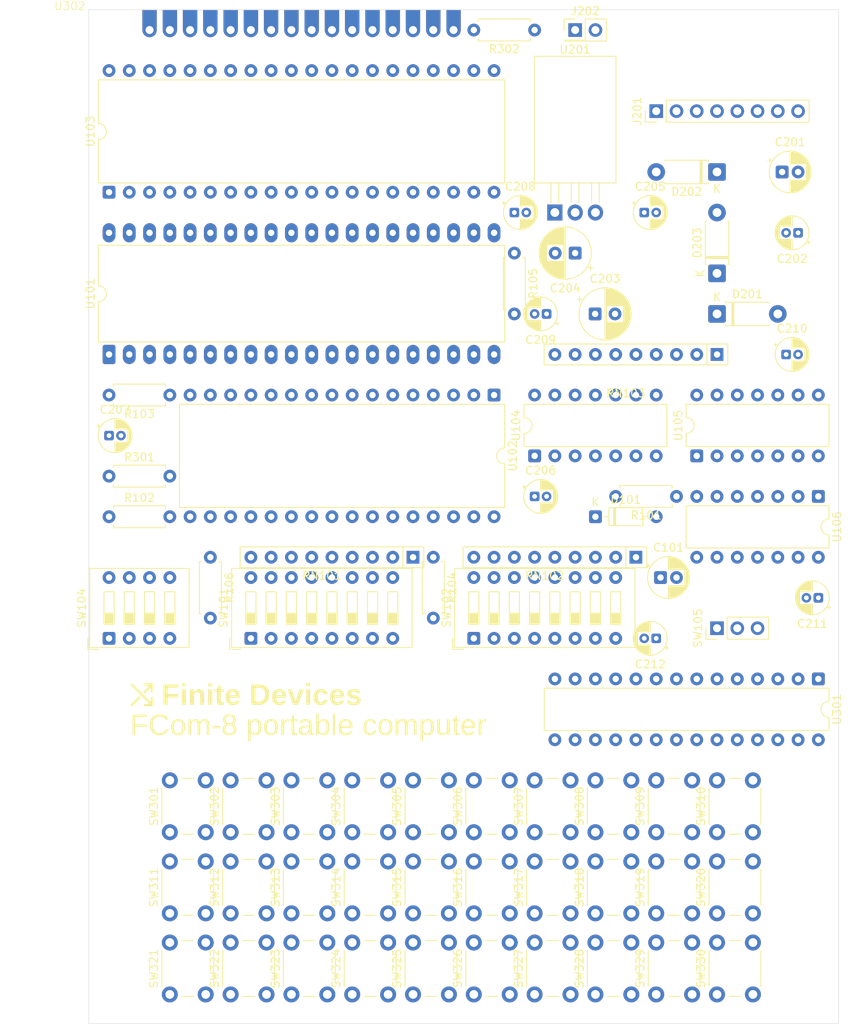
<source format=kicad_pcb>
(kicad_pcb (version 20241229) (generator "pcbnew") (generator_version "9.0")
  (layers (0 "F.Cu" signal) (2 "B.Cu" signal) (13 "F.Paste" user) (15 "B.Paste" user) (5 "F.SilkS" user "F.Silkscreen") (7 "B.SilkS" user "B.Silkscreen") (1 "F.Mask" user) (3 "B.Mask" user) (25 "Edge.Cuts" user))
  (net 0 "")
  (net 1 "GND")
  (net 2 "~{RESET}")
  (net 3 "VCC")
  (net 4 "~{IRQ}")
  (net 5 "/A15")
  (net 6 "/A14")
  (net 7 "/A13")
  (net 8 "/A12")
  (net 9 "/A11")
  (net 10 "/A10")
  (net 11 "/A9")
  (net 12 "/A8")
  (net 13 "RAM_BANKSEL")
  (net 18 "/D2")
  (net 19 "/A3")
  (net 20 "/D0")
  (net 22 "/A5")
  (net 23 "CLOCK")
  (net 24 "/D6")
  (net 25 "/D1")
  (net 26 "/A0")
  (net 27 "/A1")
  (net 29 "/A4")
  (net 30 "PHI2O")
  (net 32 "/D5")
  (net 33 "/D7")
  (net 34 "/A2")
  (net 37 "/A7")
  (net 38 "/D3")
  (net 39 "/A6")
  (net 40 "/D4")
  (net 41 "+5V")
  (net 49 "~{VIA_CS}")
  (net 50 "~{RAM_CS}")
  (net 52 "VBS")
  (net 63 "Net-(U104-Pad4)")
  (net 66 "Net-(U105-Pad2)")
  (net 67 "Net-(U105-Pad1)")
  (net 70 "Net-(D201-A)")
  (net 71 "Net-(J202-Pin_2)")
  (net 72 "Net-(D202-A)")
  (net 73 "Net-(D202-K)")
  (net 74 "~{WE}")
  (net 75 "Net-(U102-~{OE})")
  (net 76 "Net-(U301-GPA0)")
  (net 77 "Net-(U301-GPB4)")
  (net 78 "Net-(U301-GPB7)")
  (net 79 "Net-(U301-GPA1)")
  (net 80 "Net-(U301-GPA2)")
  (net 81 "Net-(U301-GPA3)")
  (net 82 "Net-(U301-GPA4)")
  (net 83 "Net-(U301-GPA5)")
  (net 84 "Net-(U301-GPA6)")
  (net 85 "Net-(U301-GPA7)")
  (net 86 "Net-(U301-GPB6)")
  (net 87 "Net-(U301-GPB3)")
  (net 88 "Net-(U301-GPB5)")
  (net 89 "Net-(U301-GPB2)")
  (net 93 "Net-(U302-V0)")
  (net 94 "KB_SO")
  (net 95 "KB_SI")
  (net 96 "KB_INT")
  (net 97 "KB_SCK")
  (net 98 "~{KB_CS}")
  (net 99 "Net-(U301-A0)")
  (net 100 "DISP_E")
  (net 101 "DISP_RW")
  (net 102 "DISP_RS")
  (net 103 "DISP_D0")
  (net 104 "DISP_D3")
  (net 105 "DISP_D1")
  (net 106 "DISP_D7")
  (net 107 "DISP_D5")
  (net 108 "DISP_D6")
  (net 109 "DISP_D2")
  (net 110 "DISP_D4")
  (footprint "Capacitor_THT:CP_Radial_D4.0mm_P1.50mm" (layer "F.Cu") (at 142.24 99.06 180)
    (property "Reference" "C211" (at 0.75 -3.25 0) (layer "F.SilkS"))
    (property "Value" "0.1u")
    (pad "1" thru_hole roundrect (at 0 0 180) (size 1.2 1.2) (drill 0.6) (layers "*.Cu" "*.Mask") (roundrect_rratio 0.208333) (net 3 "VCC"))
    (pad "2" thru_hole circle (at 1.5 0 180) (size 1.2 1.2) (drill 0.6) (layers "*.Cu" "*.Mask") (net 1 "GND"))
  )
  (footprint "Button_Switch_THT:SW_PUSH_6mm" (layer "F.Cu") (at 91.44 138.58 90)
    (property "Reference" "SW315" (at 3.25 -2 90) (layer "F.SilkS"))
    (property "Value" "G/^/CH7")
    (pad "1" thru_hole circle (at 0 0 180) (size 2 2) (drill 1.1) (layers "*.Cu" "*.Mask") (net 81 "Net-(U301-GPA3)"))
    (pad "1" thru_hole circle (at 6.5 0 180) (size 2 2) (drill 1.1) (layers "*.Cu" "*.Mask") (net 81 "Net-(U301-GPA3)"))
    (pad "2" thru_hole circle (at 0 4.5 180) (size 2 2) (drill 1.1) (layers "*.Cu" "*.Mask") (net 86 "Net-(U301-GPB6)"))
    (pad "2" thru_hole circle (at 6.5 4.5 180) (size 2 2) (drill 1.1) (layers "*.Cu" "*.Mask") (net 86 "Net-(U301-GPB6)"))
  )
  (footprint "Resistor_THT:R_Axial_DIN0207_L6.3mm_D2.5mm_P7.62mm_Horizontal" (layer "F.Cu") (at 66.04 93.98 -90)
    (property "Reference" "R106" (at 3.81 -2.37 90) (layer "F.SilkS"))
    (property "Value" "10k")
    (pad "1" thru_hole circle (at 0 0 270) (size 1.6 1.6) (drill 0.8) (layers "*.Cu" "*.Mask") (net 75 "Net-(U102-~{OE})"))
    (pad "2" thru_hole circle (at 7.62 0 270) (size 1.6 1.6) (drill 0.8) (layers "*.Cu" "*.Mask") (net 41 "+5V"))
  )
  (footprint "Package_DIP:DIP-40_W15.24mm" (layer "F.Cu") (at 53.34 48.26 90)
    (property "Reference" "U103" (at 7.62 -2.33 90) (layer "F.SilkS"))
    (property "Value" "65C22")
    (pad "1" thru_hole roundrect (at 0 0 90) (size 1.6 1.6) (drill 0.8) (layers "*.Cu" "*.Mask") (roundrect_rratio 0.15625) (net 1 "GND"))
    (pad "2" thru_hole circle (at 0 2.54 90) (size 1.6 1.6) (drill 0.8) (layers "*.Cu" "*.Mask") (net 103 "DISP_D0"))
    (pad "3" thru_hole circle (at 0 5.08 90) (size 1.6 1.6) (drill 0.8) (layers "*.Cu" "*.Mask") (net 105 "DISP_D1"))
    (pad "4" thru_hole circle (at 0 7.62 90) (size 1.6 1.6) (drill 0.8) (layers "*.Cu" "*.Mask") (net 109 "DISP_D2"))
    (pad "5" thru_hole circle (at 0 10.16 90) (size 1.6 1.6) (drill 0.8) (layers "*.Cu" "*.Mask") (net 104 "DISP_D3"))
    (pad "6" thru_hole circle (at 0 12.7 90) (size 1.6 1.6) (drill 0.8) (layers "*.Cu" "*.Mask") (net 110 "DISP_D4"))
    (pad "7" thru_hole circle (at 0 15.24 90) (size 1.6 1.6) (drill 0.8) (layers "*.Cu" "*.Mask") (net 107 "DISP_D5"))
    (pad "8" thru_hole circle (at 0 17.78 90) (size 1.6 1.6) (drill 0.8) (layers "*.Cu" "*.Mask") (net 108 "DISP_D6"))
    (pad "9" thru_hole circle (at 0 20.32 90) (size 1.6 1.6) (drill 0.8) (layers "*.Cu" "*.Mask") (net 106 "DISP_D7"))
    (pad "10" thru_hole circle (at 0 22.86 90) (size 1.6 1.6) (drill 0.8) (layers "*.Cu" "*.Mask") (net 94 "KB_SO"))
    (pad "11" thru_hole circle (at 0 25.4 90) (size 1.6 1.6) (drill 0.8) (layers "*.Cu" "*.Mask") (net 95 "KB_SI"))
    (pad "12" thru_hole circle (at 0 27.94 90) (size 1.6 1.6) (drill 0.8) (layers "*.Cu" "*.Mask") (net 97 "KB_SCK"))
    (pad "13" thru_hole circle (at 0 30.48 90) (size 1.6 1.6) (drill 0.8) (layers "*.Cu" "*.Mask") (net 98 "~{KB_CS}"))
    (pad "14" thru_hole circle (at 0 33.02 90) (size 1.6 1.6) (drill 0.8) (layers "*.Cu" "*.Mask"))
    (pad "15" thru_hole circle (at 0 35.56 90) (size 1.6 1.6) (drill 0.8) (layers "*.Cu" "*.Mask"))
    (pad "16" thru_hole circle (at 0 38.1 90) (size 1.6 1.6) (drill 0.8) (layers "*.Cu" "*.Mask"))
    (pad "17" thru_hole circle (at 0 40.64 90) (size 1.6 1.6) (drill 0.8) (layers "*.Cu" "*.Mask"))
    (pad "18" thru_hole circle (at 0 43.18 90) (size 1.6 1.6) (drill 0.8) (layers "*.Cu" "*.Mask"))
    (pad "19" thru_hole circle (at 0 45.72 90) (size 1.6 1.6) (drill 0.8) (layers "*.Cu" "*.Mask"))
    (pad "20" thru_hole circle (at 0 48.26 90) (size 1.6 1.6) (drill 0.8) (layers "*.Cu" "*.Mask") (net 3 "VCC"))
    (pad "21" thru_hole circle (at 15.24 48.26 90) (size 1.6 1.6) (drill 0.8) (layers "*.Cu" "*.Mask") (net 4 "~{IRQ}"))
    (pad "22" thru_hole circle (at 15.24 45.72 90) (size 1.6 1.6) (drill 0.8) (layers "*.Cu" "*.Mask") (net 74 "~{WE}"))
    (pad "23" thru_hole circle (at 15.24 43.18 90) (size 1.6 1.6) (drill 0.8) (layers "*.Cu" "*.Mask") (net 49 "~{VIA_CS}"))
    (pad "24" thru_hole circle (at 15.24 40.64 90) (size 1.6 1.6) (drill 0.8) (layers "*.Cu" "*.Mask") (net 50 "~{RAM_CS}"))
    (pad "25" thru_hole circle (at 15.24 38.1 90) (size 1.6 1.6) (drill 0.8) (layers "*.Cu" "*.Mask") (net 23 "CLOCK"))
    (pad "26" thru_hole circle (at 15.24 35.56 90) (size 1.6 1.6) (drill 0.8) (layers "*.Cu" "*.Mask") (net 33 "/D7"))
    (pad "27" thru_hole circle (at 15.24 33.02 90) (size 1.6 1.6) (drill 0.8) (layers "*.Cu" "*.Mask") (net 24 "/D6"))
    (pad "28" thru_hole circle (at 15.24 30.48 90) (size 1.6 1.6) (drill 0.8) (layers "*.Cu" "*.Mask") (net 32 "/D5"))
    (pad "29" thru_hole circle (at 15.24 27.94 90) (size 1.6 1.6) (drill 0.8) (layers "*.Cu" "*.Mask") (net 40 "/D4"))
    (pad "30" thru_hole circle (at 15.24 25.4 90) (size 1.6 1.6) (drill 0.8) (layers "*.Cu" "*.Mask") (net 38 "/D3"))
    (pad "31" thru_hole circle (at 15.24 22.86 90) (size 1.6 1.6) (drill 0.8) (layers "*.Cu" "*.Mask") (net 18 "/D2"))
    (pad "32" thru_hole circle (at 15.24 20.32 90) (size 1.6 1.6) (drill 0.8) (layers "*.Cu" "*.Mask") (net 25 "/D1"))
    (pad "33" thru_hole circle (at 15.24 17.78 90) (size 1.6 1.6) (drill 0.8) (layers "*.Cu" "*.Mask") (net 20 "/D0"))
    (pad "34" thru_hole circle (at 15.24 15.24 90) (size 1.6 1.6) (drill 0.8) (layers "*.Cu" "*.Mask") (net 2 "~{RESET}"))
    (pad "35" thru_hole circle (at 15.24 12.7 90) (size 1.6 1.6) (drill 0.8) (layers "*.Cu" "*.Mask") (net 19 "/A3"))
    (pad "36" thru_hole circle (at 15.24 10.16 90) (size 1.6 1.6) (drill 0.8) (layers "*.Cu" "*.Mask") (net 34 "/A2"))
    (pad "37" thru_hole circle (at 15.24 7.62 90) (size 1.6 1.6) (drill 0.8) (layers "*.Cu" "*.Mask") (net 27 "/A1"))
    (pad "38" thru_hole circle (at 15.24 5.08 90) (size 1.6 1.6) (drill 0.8) (layers "*.Cu" "*.Mask") (net 26 "/A0"))
    (pad "39" thru_hole circle (at 15.24 2.54 90) (size 1.6 1.6) (drill 0.8) (layers "*.Cu" "*.Mask"))
    (pad "40" thru_hole circle (at 15.24 0 90) (size 1.6 1.6) (drill 0.8) (layers "*.Cu" "*.Mask") (net 96 "KB_INT"))
  )
  (footprint "Capacitor_THT:CP_Radial_D4.0mm_P1.50mm" (layer "F.Cu") (at 121.92 104.14 180)
    (property "Reference" "C212" (at 0.75 -3.25 0) (layer "F.SilkS"))
    (property "Value" "0.1u")
    (pad "1" thru_hole roundrect (at 0 0 180) (size 1.2 1.2) (drill 0.6) (layers "*.Cu" "*.Mask") (roundrect_rratio 0.208333) (net 3 "VCC"))
    (pad "2" thru_hole circle (at 1.5 0 180) (size 1.2 1.2) (drill 0.6) (layers "*.Cu" "*.Mask") (net 1 "GND"))
  )
  (footprint "Button_Switch_THT:SW_PUSH_6mm" (layer "F.Cu") (at 121.92 138.58 90)
    (property "Reference" "SW319" (at 3.25 -2 90) (layer "F.SilkS"))
    (property "Value" "L/)/]")
    (pad "1" thru_hole circle (at 0 0 180) (size 2 2) (drill 1.1) (layers "*.Cu" "*.Mask") (net 85 "Net-(U301-GPA7)"))
    (pad "1" thru_hole circle (at 6.5 0 180) (size 2 2) (drill 1.1) (layers "*.Cu" "*.Mask") (net 85 "Net-(U301-GPA7)"))
    (pad "2" thru_hole circle (at 0 4.5 180) (size 2 2) (drill 1.1) (layers "*.Cu" "*.Mask") (net 86 "Net-(U301-GPB6)"))
    (pad "2" thru_hole circle (at 6.5 4.5 180) (size 2 2) (drill 1.1) (layers "*.Cu" "*.Mask") (net 86 "Net-(U301-GPB6)"))
  )
  (footprint "Button_Switch_THT:SW_PUSH_6mm" (layer "F.Cu") (at 129.54 148.74 90)
    (property "Reference" "SW330" (at 3.25 -2 90) (layer "F.SilkS"))
    (property "Value" "SPC/ENT")
    (pad "1" thru_hole circle (at 0 0 180) (size 2 2) (drill 1.1) (layers "*.Cu" "*.Mask") (net 85 "Net-(U301-GPA7)"))
    (pad "1" thru_hole circle (at 6.5 0 180) (size 2 2) (drill 1.1) (layers "*.Cu" "*.Mask") (net 85 "Net-(U301-GPA7)"))
    (pad "2" thru_hole circle (at 0 4.5 180) (size 2 2) (drill 1.1) (layers "*.Cu" "*.Mask") (net 88 "Net-(U301-GPB5)"))
    (pad "2" thru_hole circle (at 6.5 4.5 180) (size 2 2) (drill 1.1) (layers "*.Cu" "*.Mask") (net 88 "Net-(U301-GPB5)"))
  )
  (footprint "Button_Switch_THT:SW_PUSH_6mm" (layer "F.Cu") (at 114.3 148.74 90)
    (property "Reference" "SW328" (at 3.25 -2 90) (layer "F.SilkS"))
    (property "Value" "M///?")
    (pad "1" thru_hole circle (at 0 0 180) (size 2 2) (drill 1.1) (layers "*.Cu" "*.Mask") (net 84 "Net-(U301-GPA6)"))
    (pad "1" thru_hole circle (at 6.5 0 180) (size 2 2) (drill 1.1) (layers "*.Cu" "*.Mask") (net 84 "Net-(U301-GPA6)"))
    (pad "2" thru_hole circle (at 0 4.5 180) (size 2 2) (drill 1.1) (layers "*.Cu" "*.Mask") (net 88 "Net-(U301-GPB5)"))
    (pad "2" thru_hole circle (at 6.5 4.5 180) (size 2 2) (drill 1.1) (layers "*.Cu" "*.Mask") (net 88 "Net-(U301-GPB5)"))
  )
  (footprint "Package_DIP:DIP-14_W7.62mm" (layer "F.Cu") (at 127 81.28 90)
    (property "Reference" "U105" (at 3.81 -2.33 90) (layer "F.SilkS"))
    (property "Value" "74LS08")
    (pad "1" thru_hole roundrect (at 0 0 90) (size 1.6 1.6) (drill 0.8) (layers "*.Cu" "*.Mask") (roundrect_rratio 0.15625) (net 67 "Net-(U105-Pad1)"))
    (pad "2" thru_hole circle (at 0 2.54 90) (size 1.6 1.6) (drill 0.8) (layers "*.Cu" "*.Mask") (net 66 "Net-(U105-Pad2)"))
    (pad "3" thru_hole circle (at 0 5.08 90) (size 1.6 1.6) (drill 0.8) (layers "*.Cu" "*.Mask") (net 50 "~{RAM_CS}"))
    (pad "4" thru_hole circle (at 0 7.62 90) (size 1.6 1.6) (drill 0.8) (layers "*.Cu" "*.Mask") (net 1 "GND"))
    (pad "5" thru_hole circle (at 0 10.16 90) (size 1.6 1.6) (drill 0.8) (layers "*.Cu" "*.Mask") (net 1 "GND"))
    (pad "6" thru_hole circle (at 0 12.7 90) (size 1.6 1.6) (drill 0.8) (layers "*.Cu" "*.Mask"))
    (pad "7" thru_hole circle (at 0 15.24 90) (size 1.6 1.6) (drill 0.8) (layers "*.Cu" "*.Mask") (net 1 "GND"))
    (pad "8" thru_hole circle (at 7.62 15.24 90) (size 1.6 1.6) (drill 0.8) (layers "*.Cu" "*.Mask"))
    (pad "9" thru_hole circle (at 7.62 12.7 90) (size 1.6 1.6) (drill 0.8) (layers "*.Cu" "*.Mask") (net 1 "GND"))
    (pad "10" thru_hole circle (at 7.62 10.16 90) (size 1.6 1.6) (drill 0.8) (layers "*.Cu" "*.Mask") (net 1 "GND"))
    (pad "11" thru_hole circle (at 7.62 7.62 90) (size 1.6 1.6) (drill 0.8) (layers "*.Cu" "*.Mask"))
    (pad "12" thru_hole circle (at 7.62 5.08 90) (size 1.6 1.6) (drill 0.8) (layers "*.Cu" "*.Mask") (net 1 "GND"))
    (pad "13" thru_hole circle (at 7.62 2.54 90) (size 1.6 1.6) (drill 0.8) (layers "*.Cu" "*.Mask") (net 1 "GND"))
    (pad "14" thru_hole circle (at 7.62 0 90) (size 1.6 1.6) (drill 0.8) (layers "*.Cu" "*.Mask") (net 3 "VCC"))
  )
  (footprint "Button_Switch_THT:SW_PUSH_6mm" (layer "F.Cu") (at 129.54 138.58 90)
    (property "Reference" "SW320" (at 3.25 -2 90) (layer "F.SilkS"))
    (property "Value" "BKSP/DEL")
    (pad "1" thru_hole circle (at 0 0 180) (size 2 2) (drill 1.1) (layers "*.Cu" "*.Mask") (net 77 "Net-(U301-GPB4)"))
    (pad "1" thru_hole circle (at 6.5 0 180) (size 2 2) (drill 1.1) (layers "*.Cu" "*.Mask") (net 77 "Net-(U301-GPB4)"))
    (pad "2" thru_hole circle (at 0 4.5 180) (size 2 2) (drill 1.1) (layers "*.Cu" "*.Mask") (net 84 "Net-(U301-GPA6)"))
    (pad "2" thru_hole circle (at 6.5 4.5 180) (size 2 2) (drill 1.1) (layers "*.Cu" "*.Mask") (net 84 "Net-(U301-GPA6)"))
  )
  (footprint "Button_Switch_THT:SW_PUSH_6mm" (layer "F.Cu") (at 106.68 138.58 90)
    (property "Reference" "SW317" (at 3.25 -2 90) (layer "F.SilkS"))
    (property "Value" "J/*/}")
    (pad "1" thru_hole circle (at 0 0 180) (size 2 2) (drill 1.1) (layers "*.Cu" "*.Mask") (net 83 "Net-(U301-GPA5)"))
    (pad "1" thru_hole circle (at 6.5 0 180) (size 2 2) (drill 1.1) (layers "*.Cu" "*.Mask") (net 83 "Net-(U301-GPA5)"))
    (pad "2" thru_hole circle (at 0 4.5 180) (size 2 2) (drill 1.1) (layers "*.Cu" "*.Mask") (net 86 "Net-(U301-GPB6)"))
    (pad "2" thru_hole circle (at 6.5 4.5 180) (size 2 2) (drill 1.1) (layers "*.Cu" "*.Mask") (net 86 "Net-(U301-GPB6)"))
  )
  (footprint "Capacitor_THT:CP_Radial_D4.0mm_P1.50mm" (layer "F.Cu") (at 120.42 50.8)
    (property "Reference" "C205" (at 0.75 -3.25 0) (layer "F.SilkS"))
    (property "Value" "0.1u")
    (pad "1" thru_hole roundrect (at 0 0) (size 1.2 1.2) (drill 0.6) (layers "*.Cu" "*.Mask") (roundrect_rratio 0.208333) (net 1 "GND"))
    (pad "2" thru_hole circle (at 1.5 0) (size 1.2 1.2) (drill 0.6) (layers "*.Cu" "*.Mask") (net 72 "Net-(D202-A)"))
  )
  (footprint "Button_Switch_THT:SW_PUSH_6mm" (layer "F.Cu") (at 91.44 148.74 90)
    (property "Reference" "SW325" (at 3.25 -2 90) (layer "F.SilkS"))
    (property "Value" "V/#/~")
    (pad "1" thru_hole circle (at 0 0 180) (size 2 2) (drill 1.1) (layers "*.Cu" "*.Mask") (net 81 "Net-(U301-GPA3)"))
    (pad "1" thru_hole circle (at 6.5 0 180) (size 2 2) (drill 1.1) (layers "*.Cu" "*.Mask") (net 81 "Net-(U301-GPA3)"))
    (pad "2" thru_hole circle (at 0 4.5 180) (size 2 2) (drill 1.1) (layers "*.Cu" "*.Mask") (net 88 "Net-(U301-GPB5)"))
    (pad "2" thru_hole circle (at 6.5 4.5 180) (size 2 2) (drill 1.1) (layers "*.Cu" "*.Mask") (net 88 "Net-(U301-GPB5)"))
  )
  (footprint "Button_Switch_THT:SW_PUSH_6mm" (layer "F.Cu") (at 91.44 128.42 90)
    (property "Reference" "SW305" (at 3.25 -2 90) (layer "F.SilkS"))
    (property "Value" "T/5/CH3")
    (pad "1" thru_hole circle (at 0 0 180) (size 2 2) (drill 1.1) (layers "*.Cu" "*.Mask") (net 81 "Net-(U301-GPA3)"))
    (pad "1" thru_hole circle (at 6.5 0 180) (size 2 2) (drill 1.1) (layers "*.Cu" "*.Mask") (net 81 "Net-(U301-GPA3)"))
    (pad "2" thru_hole circle (at 0 4.5 180) (size 2 2) (drill 1.1) (layers "*.Cu" "*.Mask") (net 78 "Net-(U301-GPB7)"))
    (pad "2" thru_hole circle (at 6.5 4.5 180) (size 2 2) (drill 1.1) (layers "*.Cu" "*.Mask") (net 78 "Net-(U301-GPB7)"))
  )
  (footprint "Package_DIP:DIP-28_W7.62mm" (layer "F.Cu") (at 142.24 109.22 -90)
    (property "Reference" "U301" (at 3.81 -2.33 90) (layer "F.SilkS"))
    (property "Value" "MCP23S17_SP")
    (pad "1" thru_hole roundrect (at 0 0 270) (size 1.6 1.6) (drill 0.8) (layers "*.Cu" "*.Mask") (roundrect_rratio 0.15625))
    (pad "2" thru_hole circle (at 0 2.54 270) (size 1.6 1.6) (drill 0.8) (layers "*.Cu" "*.Mask"))
    (pad "3" thru_hole circle (at 0 5.08 270) (size 1.6 1.6) (drill 0.8) (layers "*.Cu" "*.Mask") (net 89 "Net-(U301-GPB2)"))
    (pad "4" thru_hole circle (at 0 7.62 270) (size 1.6 1.6) (drill 0.8) (layers "*.Cu" "*.Mask") (net 87 "Net-(U301-GPB3)"))
    (pad "5" thru_hole circle (at 0 10.16 270) (size 1.6 1.6) (drill 0.8) (layers "*.Cu" "*.Mask") (net 77 "Net-(U301-GPB4)"))
    (pad "6" thru_hole circle (at 0 12.7 270) (size 1.6 1.6) (drill 0.8) (layers "*.Cu" "*.Mask") (net 88 "Net-(U301-GPB5)"))
    (pad "7" thru_hole circle (at 0 15.24 270) (size 1.6 1.6) (drill 0.8) (layers "*.Cu" "*.Mask") (net 86 "Net-(U301-GPB6)"))
    (pad "8" thru_hole circle (at 0 17.78 270) (size 1.6 1.6) (drill 0.8) (layers "*.Cu" "*.Mask") (net 78 "Net-(U301-GPB7)"))
    (pad "9" thru_hole circle (at 0 20.32 270) (size 1.6 1.6) (drill 0.8) (layers "*.Cu" "*.Mask") (net 3 "VCC"))
    (pad "10" thru_hole circle (at 0 22.86 270) (size 1.6 1.6) (drill 0.8) (layers "*.Cu" "*.Mask") (net 1 "GND"))
    (pad "11" thru_hole circle (at 0 25.4 270) (size 1.6 1.6) (drill 0.8) (layers "*.Cu" "*.Mask") (net 98 "~{KB_CS}"))
    (pad "12" thru_hole circle (at 0 27.94 270) (size 1.6 1.6) (drill 0.8) (layers "*.Cu" "*.Mask") (net 97 "KB_SCK"))
    (pad "13" thru_hole circle (at 0 30.48 270) (size 1.6 1.6) (drill 0.8) (layers "*.Cu" "*.Mask") (net 95 "KB_SI"))
    (pad "14" thru_hole circle (at 0 33.02 270) (size 1.6 1.6) (drill 0.8) (layers "*.Cu" "*.Mask") (net 94 "KB_SO"))
    (pad "15" thru_hole circle (at 7.62 33.02 270) (size 1.6 1.6) (drill 0.8) (layers "*.Cu" "*.Mask") (net 99 "Net-(U301-A0)"))
    (pad "16" thru_hole circle (at 7.62 30.48 270) (size 1.6 1.6) (drill 0.8) (layers "*.Cu" "*.Mask") (net 1 "GND"))
    (pad "17" thru_hole circle (at 7.62 27.94 270) (size 1.6 1.6) (drill 0.8) (layers "*.Cu" "*.Mask") (net 99 "Net-(U301-A0)"))
    (pad "18" thru_hole circle (at 7.62 25.4 270) (size 1.6 1.6) (drill 0.8) (layers "*.Cu" "*.Mask") (net 3 "VCC"))
    (pad "19" thru_hole circle (at 7.62 22.86 270) (size 1.6 1.6) (drill 0.8) (layers "*.Cu" "*.Mask"))
    (pad "20" thru_hole circle (at 7.62 20.32 270) (size 1.6 1.6) (drill 0.8) (layers "*.Cu" "*.Mask") (net 96 "KB_INT"))
    (pad "21" thru_hole circle (at 7.62 17.78 270) (size 1.6 1.6) (drill 0.8) (layers "*.Cu" "*.Mask") (net 76 "Net-(U301-GPA0)"))
    (pad "22" thru_hole circle (at 7.62 15.24 270) (size 1.6 1.6) (drill 0.8) (layers "*.Cu" "*.Mask") (net 79 "Net-(U301-GPA1)"))
    (pad "23" thru_hole circle (at 7.62 12.7 270) (size 1.6 1.6) (drill 0.8) (layers "*.Cu" "*.Mask") (net 80 "Net-(U301-GPA2)"))
    (pad "24" thru_hole circle (at 7.62 10.16 270) (size 1.6 1.6) (drill 0.8) (layers "*.Cu" "*.Mask") (net 81 "Net-(U301-GPA3)"))
    (pad "25" thru_hole circle (at 7.62 7.62 270) (size 1.6 1.6) (drill 0.8) (layers "*.Cu" "*.Mask") (net 82 "Net-(U301-GPA4)"))
    (pad "26" thru_hole circle (at 7.62 5.08 270) (size 1.6 1.6) (drill 0.8) (layers "*.Cu" "*.Mask") (net 83 "Net-(U301-GPA5)"))
    (pad "27" thru_hole circle (at 7.62 2.54 270) (size 1.6 1.6) (drill 0.8) (layers "*.Cu" "*.Mask") (net 84 "Net-(U301-GPA6)"))
    (pad "28" thru_hole circle (at 7.62 0 270) (size 1.6 1.6) (drill 0.8) (layers "*.Cu" "*.Mask") (net 85 "Net-(U301-GPA7)"))
  )
  (footprint "Resistor_THT:R_Axial_DIN0207_L6.3mm_D2.5mm_P7.62mm_Horizontal" (layer "F.Cu") (at 53.34 88.9)
    (property "Reference" "R102" (at 3.81 -2.37 0) (layer "F.SilkS"))
    (property "Value" "10k")
    (pad "1" thru_hole circle (at 0 0) (size 1.6 1.6) (drill 0.8) (layers "*.Cu" "*.Mask") (net 13 "RAM_BANKSEL"))
    (pad "2" thru_hole circle (at 7.62 0) (size 1.6 1.6) (drill 0.8) (layers "*.Cu" "*.Mask") (net 1 "GND"))
  )
  (footprint "Connector_PinHeader_2.54mm:PinHeader_2x01_P2.54mm_Vertical" (layer "F.Cu") (at 111.76 27.94)
    (property "Reference" "J202" (at 1.27 -2.38 0) (layer "F.SilkS"))
    (property "Value" "9V battery")
    (pad "1" thru_hole rect (at 0 0) (size 1.7 1.7) (drill 1) (layers "*.Cu" "*.Mask") (net 1 "GND"))
    (pad "2" thru_hole circle (at 2.54 0) (size 1.7 1.7) (drill 1) (layers "*.Cu" "*.Mask") (net 71 "Net-(J202-Pin_2)"))
  )
  (footprint "Button_Switch_THT:SW_PUSH_6mm" (layer "F.Cu") (at 76.2 128.42 90)
    (property "Reference" "SW303" (at 3.25 -2 90) (layer "F.SilkS"))
    (property "Value" "E/3/CH1")
    (pad "1" thru_hole circle (at 0 0 180) (size 2 2) (drill 1.1) (layers "*.Cu" "*.Mask") (net 79 "Net-(U301-GPA1)"))
    (pad "1" thru_hole circle (at 6.5 0 180) (size 2 2) (drill 1.1) (layers "*.Cu" "*.Mask") (net 79 "Net-(U301-GPA1)"))
    (pad "2" thru_hole circle (at 0 4.5 180) (size 2 2) (drill 1.1) (layers "*.Cu" "*.Mask") (net 78 "Net-(U301-GPB7)"))
    (pad "2" thru_hole circle (at 6.5 4.5 180) (size 2 2) (drill 1.1) (layers "*.Cu" "*.Mask") (net 78 "Net-(U301-GPB7)"))
  )
  (footprint "Button_Switch_THT:SW_PUSH_6mm" (layer "F.Cu") (at 121.92 148.74 90)
    (property "Reference" "SW329" (at 3.25 -2 90) (layer "F.SilkS"))
    (property "Value" "SYM")
    (pad "1" thru_hole circle (at 0 0 180) (size 2 2) (drill 1.1) (layers "*.Cu" "*.Mask") (net 89 "Net-(U301-GPB2)"))
    (pad "1" thru_hole circle (at 6.5 0 180) (size 2 2) (drill 1.1) (layers "*.Cu" "*.Mask") (net 89 "Net-(U301-GPB2)"))
    (pad "2" thru_hole circle (at 0 4.5 180) (size 2 2) (drill 1.1) (layers "*.Cu" "*.Mask") (net 1 "GND"))
    (pad "2" thru_hole circle (at 6.5 4.5 180) (size 2 2) (drill 1.1) (layers "*.Cu" "*.Mask") (net 1 "GND"))
  )
  (footprint "Package_DIP:DIP-14_W7.62mm" (layer "F.Cu") (at 142.24 86.36 -90)
    (property "Reference" "U106" (at 3.81 -2.33 270) (layer "F.SilkS"))
    (property "Value" "74LS21")
    (pad "1" thru_hole roundrect (at 0 0 270) (size 1.6 1.6) (drill 0.8) (layers "*.Cu" "*.Mask") (roundrect_rratio 0.15625) (net 63 "Net-(U104-Pad4)"))
    (pad "2" thru_hole circle (at 0 2.54 270) (size 1.6 1.6) (drill 0.8) (layers "*.Cu" "*.Mask") (net 7 "/A13"))
    (pad "3" thru_hole circle (at 0 5.08 270) (size 1.6 1.6) (drill 0.8) (layers "*.Cu" "*.Mask"))
    (pad "4" thru_hole circle (at 0 7.62 270) (size 1.6 1.6) (drill 0.8) (layers "*.Cu" "*.Mask") (net 9 "/A11"))
    (pad "5" thru_hole circle (at 0 10.16 270) (size 1.6 1.6) (drill 0.8) (layers "*.Cu" "*.Mask") (net 10 "/A10"))
    (pad "6" thru_hole circle (at 0 12.7 270) (size 1.6 1.6) (drill 0.8) (layers "*.Cu" "*.Mask") (net 67 "Net-(U105-Pad1)"))
    (pad "7" thru_hole circle (at 0 15.24 270) (size 1.6 1.6) (drill 0.8) (layers "*.Cu" "*.Mask") (net 1 "GND"))
    (pad "8" thru_hole circle (at 7.62 15.24 270) (size 1.6 1.6) (drill 0.8) (layers "*.Cu" "*.Mask") (net 66 "Net-(U105-Pad2)"))
    (pad "9" thru_hole circle (at 7.62 12.7 270) (size 1.6 1.6) (drill 0.8) (layers "*.Cu" "*.Mask") (net 8 "/A12"))
    (pad "10" thru_hole circle (at 7.62 10.16 270) (size 1.6 1.6) (drill 0.8) (layers "*.Cu" "*.Mask") (net 11 "/A9"))
    (pad "11" thru_hole circle (at 7.62 7.62 270) (size 1.6 1.6) (drill 0.8) (layers "*.Cu" "*.Mask"))
    (pad "12" thru_hole circle (at 7.62 5.08 270) (size 1.6 1.6) (drill 0.8) (layers "*.Cu" "*.Mask") (net 6 "/A14"))
    (pad "13" thru_hole circle (at 7.62 2.54 270) (size 1.6 1.6) (drill 0.8) (layers "*.Cu" "*.Mask") (net 5 "/A15"))
    (pad "14" thru_hole circle (at 7.62 0 270) (size 1.6 1.6) (drill 0.8) (layers "*.Cu" "*.Mask") (net 3 "VCC"))
  )
  (footprint "Button_Switch_THT:SW_DIP_SPSTx08_Slide_9.78x22.5mm_W7.62mm_P2.54mm" (layer "F.Cu") (at 99.06 104.14 90)
    (property "Reference" "SW102" (at 3.81 -3.42 90) (layer "F.SilkS"))
    (property "Value" "SW_DIP_x08")
    (pad "1" thru_hole roundrect (at 0 0 90) (size 1.6 1.6) (drill 0.8) (layers "*.Cu" "*.Mask") (roundrect_rratio 0.15625) (net 52 "VBS"))
    (pad "2" thru_hole circle (at 0 2.54 90) (size 1.6 1.6) (drill 0.8) (layers "*.Cu" "*.Mask") (net 52 "VBS"))
    (pad "3" thru_hole circle (at 0 5.08 90) (size 1.6 1.6) (drill 0.8) (layers "*.Cu" "*.Mask") (net 52 "VBS"))
    (pad "4" thru_hole circle (at 0 7.62 90) (size 1.6 1.6) (drill 0.8) (layers "*.Cu" "*.Mask") (net 52 "VBS"))
    (pad "5" thru_hole circle (at 0 10.16 90) (size 1.6 1.6) (drill 0.8) (layers "*.Cu" "*.Mask") (net 52 "VBS"))
    (pad "6" thru_hole circle (at 0 12.7 90) (size 1.6 1.6) (drill 0.8) (layers "*.Cu" "*.Mask") (net 52 "VBS"))
    (pad "7" thru_hole circle (at 0 15.24 90) (size 1.6 1.6) (drill 0.8) (layers "*.Cu" "*.Mask") (net 52 "VBS"))
    (pad "8" thru_hole circle (at 0 17.78 90) (size 1.6 1.6) (drill 0.8) (layers "*.Cu" "*.Mask") (net 52 "VBS"))
    (pad "9" thru_hole circle (at 7.62 17.78 90) (size 1.6 1.6) (drill 0.8) (layers "*.Cu" "*.Mask") (net 33 "/D7"))
    (pad "10" thru_hole circle (at 7.62 15.24 90) (size 1.6 1.6) (drill 0.8) (layers "*.Cu" "*.Mask") (net 24 "/D6"))
    (pad "11" thru_hole circle (at 7.62 12.7 90) (size 1.6 1.6) (drill 0.8) (layers "*.Cu" "*.Mask") (net 32 "/D5"))
    (pad "12" thru_hole circle (at 7.62 10.16 90) (size 1.6 1.6) (drill 0.8) (layers "*.Cu" "*.Mask") (net 40 "/D4"))
    (pad "13" thru_hole circle (at 7.62 7.62 90) (size 1.6 1.6) (drill 0.8) (layers "*.Cu" "*.Mask") (net 38 "/D3"))
    (pad "14" thru_hole circle (at 7.62 5.08 90) (size 1.6 1.6) (drill 0.8) (layers "*.Cu" "*.Mask") (net 18 "/D2"))
    (pad "15" thru_hole circle (at 7.62 2.54 90) (size 1.6 1.6) (drill 0.8) (layers "*.Cu" "*.Mask") (net 25 "/D1"))
    (pad "16" thru_hole circle (at 7.62 0 90) (size 1.6 1.6) (drill 0.8) (layers "*.Cu" "*.Mask") (net 20 "/D0"))
  )
  (footprint "Button_Switch_THT:SW_PUSH_6mm" (layer "F.Cu") (at 83.82 138.58 90)
    (property "Reference" "SW314" (at 3.25 -2 90) (layer "F.SilkS"))
    (property "Value" "F/%/CH6")
    (pad "1" thru_hole circle (at 0 0 180) (size 2 2) (drill 1.1) (layers "*.Cu" "*.Mask") (net 80 "Net-(U301-GPA2)"))
    (pad "1" thru_hole circle (at 6.5 0 180) (size 2 2) (drill 1.1) (layers "*.Cu" "*.Mask") (net 80 "Net-(U301-GPA2)"))
    (pad "2" thru_hole circle (at 0 4.5 180) (size 2 2) (drill 1.1) (layers "*.Cu" "*.Mask") (net 86 "Net-(U301-GPB6)"))
    (pad "2" thru_hole circle (at 6.5 4.5 180) (size 2 2) (drill 1.1) (layers "*.Cu" "*.Mask") (net 86 "Net-(U301-GPB6)"))
  )
  (footprint "Capacitor_THT:CP_Radial_D4.0mm_P1.50mm" (layer "F.Cu") (at 139.7 53.34 180)
    (property "Reference" "C202" (at 0.75 -3.25 0) (layer "F.SilkS"))
    (property "Value" "0.1u")
    (pad "1" thru_hole roundrect (at 0 0 180) (size 1.2 1.2) (drill 0.6) (layers "*.Cu" "*.Mask") (roundrect_rratio 0.208333) (net 1 "GND"))
    (pad "2" thru_hole circle (at 1.5 0 180) (size 1.2 1.2) (drill 0.6) (layers "*.Cu" "*.Mask") (net 70 "Net-(D201-A)"))
  )
  (footprint "Diode_THT:D_DO-41_SOD81_P7.62mm_Horizontal" (layer "F.Cu") (at 129.54 45.72 180)
    (property "Reference" "D202" (at 3.81 -2.47 0) (layer "F.SilkS"))
    (property "Value" "D_Schottky")
    (fp_text user "K" (at 0 -2.1 0) (layer "F.SilkS"))
    (pad "1" thru_hole roundrect (at 0 0 180) (size 2.2 2.2) (drill 1.1) (layers "*.Cu" "*.Mask") (roundrect_rratio 0.113636) (net 73 "Net-(D202-K)"))
    (pad "2" thru_hole circle (at 7.62 0 180) (size 2.2 2.2) (drill 1.1) (layers "*.Cu" "*.Mask") (net 72 "Net-(D202-A)"))
  )
  (footprint "Button_Switch_THT:SW_DIP_SPSTx08_Slide_9.78x22.5mm_W7.62mm_P2.54mm" (layer "F.Cu") (at 71.12 104.14 90)
    (property "Reference" "SW101" (at 3.81 -3.42 90) (layer "F.SilkS"))
    (property "Value" "SW_DIP_x08")
    (pad "1" thru_hole roundrect (at 0 0 90) (size 1.6 1.6) (drill 0.8) (layers "*.Cu" "*.Mask") (roundrect_rratio 0.15625) (net 52 "VBS"))
    (pad "2" thru_hole circle (at 0 2.54 90) (size 1.6 1.6) (drill 0.8) (layers "*.Cu" "*.Mask") (net 52 "VBS"))
    (pad "3" thru_hole circle (at 0 5.08 90) (size 1.6 1.6) (drill 0.8) (layers "*.Cu" "*.Mask") (net 52 "VBS"))
    (pad "4" thru_hole circle (at 0 7.62 90) (size 1.6 1.6) (drill 0.8) (layers "*.Cu" "*.Mask") (net 52 "VBS"))
    (pad "5" thru_hole circle (at 0 10.16 90) (size 1.6 1.6) (drill 0.8) (layers "*.Cu" "*.Mask") (net 52 "VBS"))
    (pad "6" thru_hole circle (at 0 12.7 90) (size 1.6 1.6) (drill 0.8) (layers "*.Cu" "*.Mask") (net 52 "VBS"))
    (pad "7" thru_hole circle (at 0 15.24 90) (size 1.6 1.6) (drill 0.8) (layers "*.Cu" "*.Mask") (net 52 "VBS"))
    (pad "8" thru_hole circle (at 0 17.78 90) (size 1.6 1.6) (drill 0.8) (layers "*.Cu" "*.Mask") (net 52 "VBS"))
    (pad "9" thru_hole circle (at 7.62 17.78 90) (size 1.6 1.6) (drill 0.8) (layers "*.Cu" "*.Mask") (net 37 "/A7"))
    (pad "10" thru_hole circle (at 7.62 15.24 90) (size 1.6 1.6) (drill 0.8) (layers "*.Cu" "*.Mask") (net 39 "/A6"))
    (pad "11" thru_hole circle (at 7.62 12.7 90) (size 1.6 1.6) (drill 0.8) (layers "*.Cu" "*.Mask") (net 22 "/A5"))
    (pad "12" thru_hole circle (at 7.62 10.16 90) (size 1.6 1.6) (drill 0.8) (layers "*.Cu" "*.Mask") (net 29 "/A4"))
    (pad "13" thru_hole circle (at 7.62 7.62 90) (size 1.6 1.6) (drill 0.8) (layers "*.Cu" "*.Mask") (net 19 "/A3"))
    (pad "14" thru_hole circle (at 7.62 5.08 90) (size 1.6 1.6) (drill 0.8) (layers "*.Cu" "*.Mask") (net 34 "/A2"))
    (pad "15" thru_hole circle (at 7.62 2.54 90) (size 1.6 1.6) (drill 0.8) (layers "*.Cu" "*.Mask") (net 27 "/A1"))
    (pad "16" thru_hole circle (at 7.62 0 90) (size 1.6 1.6) (drill 0.8) (layers "*.Cu" "*.Mask") (net 26 "/A0"))
  )
  (footprint "Button_Switch_THT:SW_PUSH_6mm" (layer "F.Cu") (at 76.2 138.58 90)
    (property "Reference" "SW313" (at 3.25 -2 90) (layer "F.SilkS"))
    (property "Value" "D/$/CH5")
    (pad "1" thru_hole circle (at 0 0 180) (size 2 2) (drill 1.1) (layers "*.Cu" "*.Mask") (net 79 "Net-(U301-GPA1)"))
    (pad "1" thru_hole circle (at 6.5 0 180) (size 2 2) (drill 1.1) (layers "*.Cu" "*.Mask") (net 79 "Net-(U301-GPA1)"))
    (pad "2" thru_hole circle (at 0 4.5 180) (size 2 2) (drill 1.1) (layers "*.Cu" "*.Mask") (net 86 "Net-(U301-GPB6)"))
    (pad "2" thru_hole circle (at 6.5 4.5 180) (size 2 2) (drill 1.1) (layers "*.Cu" "*.Mask") (net 86 "Net-(U301-GPB6)"))
  )
  (footprint "Button_Switch_THT:SW_PUSH_6mm" (layer "F.Cu") (at 60.96 138.58 90)
    (property "Reference" "SW311" (at 3.25 -2 90) (layer "F.SilkS"))
    (property "Value" "A/!/`")
    (pad "1" thru_hole circle (at 0 0 180) (size 2 2) (drill 1.1) (layers "*.Cu" "*.Mask") (net 77 "Net-(U301-GPB4)"))
    (pad "1" thru_hole circle (at 6.5 0 180) (size 2 2) (drill 1.1) (layers "*.Cu" "*.Mask") (net 77 "Net-(U301-GPB4)"))
    (pad "2" thru_hole circle (at 0 4.5 180) (size 2 2) (drill 1.1) (layers "*.Cu" "*.Mask") (net 79 "Net-(U301-GPA1)"))
    (pad "2" thru_hole circle (at 6.5 4.5 180) (size 2 2) (drill 1.1) (layers "*.Cu" "*.Mask") (net 79 "Net-(U301-GPA1)"))
  )
  (footprint "Capacitor_THT:CP_Radial_D4.0mm_P1.50mm" (layer "F.Cu") (at 53.34 78.74)
    (property "Reference" "C207" (at 0.75 -3.25 0) (layer "F.SilkS"))
    (property "Value" "0.1u")
    (pad "1" thru_hole roundrect (at 0 0) (size 1.2 1.2) (drill 0.6) (layers "*.Cu" "*.Mask") (roundrect_rratio 0.208333) (net 3 "VCC"))
    (pad "2" thru_hole circle (at 1.5 0) (size 1.2 1.2) (drill 0.6) (layers "*.Cu" "*.Mask") (net 1 "GND"))
  )
  (footprint "Package_DIP:DIP-40_W15.24mm_LongPads" (layer "F.Cu") (at 53.34 68.58 90)
    (property "Reference" "U101" (at 7.62 -2.33 90) (layer "F.SilkS"))
    (property "Value" "65C02")
    (pad "1" thru_hole roundrect (at 0 0 90) (size 2.4 1.6) (drill 0.8) (layers "*.Cu" "*.Mask") (roundrect_rratio 0.15625))
    (pad "2" thru_hole oval (at 0 2.54 90) (size 2.4 1.6) (drill 0.8) (layers "*.Cu" "*.Mask") (net 3 "VCC"))
    (pad "3" thru_hole oval (at 0 5.08 90) (size 2.4 1.6) (drill 0.8) (layers "*.Cu" "*.Mask"))
    (pad "4" thru_hole oval (at 0 7.62 90) (size 2.4 1.6) (drill 0.8) (layers "*.Cu" "*.Mask") (net 4 "~{IRQ}"))
    (pad "5" thru_hole oval (at 0 10.16 90) (size 2.4 1.6) (drill 0.8) (layers "*.Cu" "*.Mask"))
    (pad "6" thru_hole oval (at 0 12.7 90) (size 2.4 1.6) (drill 0.8) (layers "*.Cu" "*.Mask") (net 3 "VCC"))
    (pad "7" thru_hole oval (at 0 15.24 90) (size 2.4 1.6) (drill 0.8) (layers "*.Cu" "*.Mask"))
    (pad "8" thru_hole oval (at 0 17.78 90) (size 2.4 1.6) (drill 0.8) (layers "*.Cu" "*.Mask") (net 3 "VCC"))
    (pad "9" thru_hole oval (at 0 20.32 90) (size 2.4 1.6) (drill 0.8) (layers "*.Cu" "*.Mask") (net 26 "/A0"))
    (pad "10" thru_hole oval (at 0 22.86 90) (size 2.4 1.6) (drill 0.8) (layers "*.Cu" "*.Mask") (net 27 "/A1"))
    (pad "11" thru_hole oval (at 0 25.4 90) (size 2.4 1.6) (drill 0.8) (layers "*.Cu" "*.Mask") (net 34 "/A2"))
    (pad "12" thru_hole oval (at 0 27.94 90) (size 2.4 1.6) (drill 0.8) (layers "*.Cu" "*.Mask") (net 19 "/A3"))
    (pad "13" thru_hole oval (at 0 30.48 90) (size 2.4 1.6) (drill 0.8) (layers "*.Cu" "*.Mask") (net 29 "/A4"))
    (pad "14" thru_hole oval (at 0 33.02 90) (size 2.4 1.6) (drill 0.8) (layers "*.Cu" "*.Mask") (net 22 "/A5"))
    (pad "15" thru_hole oval (at 0 35.56 90) (size 2.4 1.6) (drill 0.8) (layers "*.Cu" "*.Mask") (net 39 "/A6"))
    (pad "16" thru_hole oval (at 0 38.1 90) (size 2.4 1.6) (drill 0.8) (layers "*.Cu" "*.Mask") (net 37 "/A7"))
    (pad "17" thru_hole oval (at 0 40.64 90) (size 2.4 1.6) (drill 0.8) (layers "*.Cu" "*.Mask") (net 12 "/A8"))
    (pad "18" thru_hole oval (at 0 43.18 90) (size 2.4 1.6) (drill 0.8) (layers "*.Cu" "*.Mask") (net 11 "/A9"))
    (pad "19" thru_hole oval (at 0 45.72 90) (size 2.4 1.6) (drill 0.8) (layers "*.Cu" "*.Mask") (net 10 "/A10"))
    (pad "20" thru_hole oval (at 0 48.26 90) (size 2.4 1.6) (drill 0.8) (layers "*.Cu" "*.Mask") (net 9 "/A11"))
    (pad "21" thru_hole oval (at 15.24 48.26 90) (size 2.4 1.6) (drill 0.8) (layers "*.Cu" "*.Mask") (net 1 "GND"))
    (pad "22" thru_hole oval (at 15.24 45.72 90) (size 2.4 1.6) (drill 0.8) (layers "*.Cu" "*.Mask") (net 8 "/A12"))
    (pad "23" thru_hole oval (at 15.24 43.18 90) (size 2.4 1.6) (drill 0.8) (layers "*.Cu" "*.Mask") (net 7 "/A13"))
    (pad "24" thru_hole oval (at 15.24 40.64 90) (size 2.4 1.6) (drill 0.8) (layers "*.Cu" "*.Mask") (net 6 "/A14"))
    (pad "25" thru_hole oval (at 15.24 38.1 90) (size 2.4 1.6) (drill 0.8) (layers "*.Cu" "*.Mask") (net 5 "/A15"))
    (pad "26" thru_hole oval (at 15.24 35.56 90) (size 2.4 1.6) (drill 0.8) (layers "*.Cu" "*.Mask") (net 33 "/D7"))
    (pad "27" thru_hole oval (at 15.24 33.02 90) (size 2.4 1.6) (drill 0.8) (layers "*.Cu" "*.Mask") (net 24 "/D6"))
    (pad "28" thru_hole oval (at 15.24 30.48 90) (size 2.4 1.6) (drill 0.8) (layers "*.Cu" "*.Mask") (net 32 "/D5"))
    (pad "29" thru_hole oval (at 15.24 27.94 90) (size 2.4 1.6) (drill 0.8) (layers "*.Cu" "*.Mask") (net 40 "/D4"))
    (pad "30" thru_hole oval (at 15.24 25.4 90) (size 2.4 1.6) (drill 0.8) (layers "*.Cu" "*.Mask") (net 38 "/D3"))
    (pad "31" thru_hole oval (at 15.24 22.86 90) (size 2.4 1.6) (drill 0.8) (layers "*.Cu" "*.Mask") (net 18 "/D2"))
    (pad "32" thru_hole oval (at 15.24 20.32 90) (size 2.4 1.6) (drill 0.8) (layers "*.Cu" "*.Mask") (net 25 "/D1"))
    (pad "33" thru_hole oval (at 15.24 17.78 90) (size 2.4 1.6) (drill 0.8) (layers "*.Cu" "*.Mask") (net 20 "/D0"))
    (pad "34" thru_hole oval (at 15.24 15.24 90) (size 2.4 1.6) (drill 0.8) (layers "*.Cu" "*.Mask") (net 74 "~{WE}"))
    (pad "35" thru_hole oval (at 15.24 12.7 90) (size 2.4 1.6) (drill 0.8) (layers "*.Cu" "*.Mask"))
    (pad "36" thru_hole oval (at 15.24 10.16 90) (size 2.4 1.6) (drill 0.8) (layers "*.Cu" "*.Mask") (net 3 "VCC"))
    (pad "37" thru_hole oval (at 15.24 7.62 90) (size 2.4 1.6) (drill 0.8) (layers "*.Cu" "*.Mask") (net 23 "CLOCK"))
    (pad "38" thru_hole oval (at 15.24 5.08 90) (size 2.4 1.6) (drill 0.8) (layers "*.Cu" "*.Mask") (net 3 "VCC"))
    (pad "39" thru_hole oval (at 15.24 2.54 90) (size 2.4 1.6) (drill 0.8) (layers "*.Cu" "*.Mask") (net 30 "PHI2O"))
    (pad "40" thru_hole oval (at 15.24 0 90) (size 2.4 1.6) (drill 0.8) (layers "*.Cu" "*.Mask") (net 3 "VCC"))
  )
  (footprint "Resistor_THT:R_Axial_DIN0207_L6.3mm_D2.5mm_P7.62mm_Horizontal" (layer "F.Cu") (at 106.68 27.94 180)
    (property "Reference" "R302" (at 3.81 -2.37 0) (layer "F.SilkS"))
    (property "Value" "1.2k")
    (pad "1" thru_hole circle (at 0 0 180) (size 1.6 1.6) (drill 0.8) (layers "*.Cu" "*.Mask") (net 93 "Net-(U302-V0)"))
    (pad "2" thru_hole circle (at 7.62 0 180) (size 1.6 1.6) (drill 0.8) (layers "*.Cu" "*.Mask") (net 1 "GND"))
  )
  (footprint "Button_Switch_THT:SW_PUSH_6mm" (layer "F.Cu") (at 121.92 128.42 90)
    (property "Reference" "SW309" (at 3.25 -2 90) (layer "F.SilkS"))
    (property "Value" "O/9/=")
    (pad "1" thru_hole circle (at 0 0 180) (size 2 2) (drill 1.1) (layers "*.Cu" "*.Mask") (net 85 "Net-(U301-GPA7)"))
    (pad "1" thru_hole circle (at 6.5 0 180) (size 2 2) (drill 1.1) (layers "*.Cu" "*.Mask") (net 85 "Net-(U301-GPA7)"))
    (pad "2" thru_hole circle (at 0 4.5 180) (size 2 2) (drill 1.1) (layers "*.Cu" "*.Mask") (net 78 "Net-(U301-GPB7)"))
    (pad "2" thru_hole circle (at 6.5 4.5 180) (size 2 2) (drill 1.1) (layers "*.Cu" "*.Mask") (net 78 "Net-(U301-GPB7)"))
  )
  (footprint "Button_Switch_THT:SW_PUSH_6mm" (layer "F.Cu") (at 106.68 128.42 90)
    (property "Reference" "SW307" (at 3.25 -2 90) (layer "F.SilkS"))
    (property "Value" "U/7/-")
    (pad "1" thru_hole circle (at 0 0 180) (size 2 2) (drill 1.1) (layers "*.Cu" "*.Mask") (net 83 "Net-(U301-GPA5)"))
    (pad "1" thru_hole circle (at 6.5 0 180) (size 2 2) (drill 1.1) (layers "*.Cu" "*.Mask") (net 83 "Net-(U301-GPA5)"))
    (pad "2" thru_hole circle (at 0 4.5 180) (size 2 2) (drill 1.1) (layers "*.Cu" "*.Mask") (net 78 "Net-(U301-GPB7)"))
    (pad "2" thru_hole circle (at 6.5 4.5 180) (size 2 2) (drill 1.1) (layers "*.Cu" "*.Mask") (net 78 "Net-(U301-GPB7)"))
  )
  (footprint "Button_Switch_THT:SW_PUSH_6mm" (layer "F.Cu") (at 129.54 128.42 90)
    (property "Reference" "SW310" (at 3.25 -2 90) (layer "F.SilkS"))
    (property "Value" "P/0")
    (pad "1" thru_hole circle (at 0 0 180) (size 2 2) (drill 1.1) (layers "*.Cu" "*.Mask") (net 77 "Net-(U301-GPB4)"))
    (pad "1" thru_hole circle (at 6.5 0 180) (size 2 2) (drill 1.1) (layers "*.Cu" "*.Mask") (net 77 "Net-(U301-GPB4)"))
    (pad "2" thru_hole circle (at 0 4.5 180) (size 2 2) (drill 1.1) (layers "*.Cu" "*.Mask") (net 85 "Net-(U301-GPA7)"))
    (pad "2" thru_hole circle (at 6.5 4.5 180) (size 2 2) (drill 1.1) (layers "*.Cu" "*.Mask") (net 85 "Net-(U301-GPA7)"))
  )
  (footprint "Capacitor_THT:CP_Radial_D4.0mm_P1.50mm" (layer "F.Cu") (at 108.18 63.5 180)
    (property "Reference" "C209" (at 0.75 -3.25 0) (layer "F.SilkS"))
    (property "Value" "0.1u")
    (pad "1" thru_hole roundrect (at 0 0 180) (size 1.2 1.2) (drill 0.6) (layers "*.Cu" "*.Mask") (roundrect_rratio 0.208333) (net 3 "VCC"))
    (pad "2" thru_hole circle (at 1.5 0 180) (size 1.2 1.2) (drill 0.6) (layers "*.Cu" "*.Mask") (net 1 "GND"))
  )
  (footprint "Diode_THT:D_DO-41_SOD81_P7.62mm_Horizontal" (layer "F.Cu") (at 129.54 58.42 90)
    (property "Reference" "D203" (at 3.81 -2.47 90) (layer "F.SilkS"))
    (property "Value" "D_Schottky")
    (fp_text user "K" (at 0 -2.1 90) (layer "F.SilkS"))
    (pad "1" thru_hole roundrect (at 0 0 90) (size 2.2 2.2) (drill 1.1) (layers "*.Cu" "*.Mask") (roundrect_rratio 0.113636) (net 41 "+5V"))
    (pad "2" thru_hole circle (at 7.62 0 90) (size 2.2 2.2) (drill 1.1) (layers "*.Cu" "*.Mask") (net 73 "Net-(D202-K)"))
  )
  (footprint "Resistor_THT:R_Array_SIP9" (layer "F.Cu") (at 129.54 68.58 180)
    (property "Reference" "RN103" (at 11.43 -4.85 0) (layer "F.SilkS"))
    (property "Value" "8×10k")
    (pad "1" thru_hole rect (at 0 0 180) (size 1.6 1.6) (drill 0.8) (layers "*.Cu" "*.Mask") (net 41 "+5V"))
    (pad "2" thru_hole circle (at 2.54 0 180) (size 1.6 1.6) (drill 0.8) (layers "*.Cu" "*.Mask") (net 5 "/A15"))
    (pad "3" thru_hole circle (at 5.08 0 180) (size 1.6 1.6) (drill 0.8) (layers "*.Cu" "*.Mask") (net 6 "/A14"))
    (pad "4" thru_hole circle (at 7.62 0 180) (size 1.6 1.6) (drill 0.8) (layers "*.Cu" "*.Mask") (net 7 "/A13"))
    (pad "5" thru_hole circle (at 10.16 0 180) (size 1.6 1.6) (drill 0.8) (layers "*.Cu" "*.Mask") (net 8 "/A12"))
    (pad "6" thru_hole circle (at 12.7 0 180) (size 1.6 1.6) (drill 0.8) (layers "*.Cu" "*.Mask") (net 9 "/A11"))
    (pad "7" thru_hole circle (at 15.24 0 180) (size 1.6 1.6) (drill 0.8) (layers "*.Cu" "*.Mask") (net 10 "/A10"))
    (pad "8" thru_hole circle (at 17.78 0 180) (size 1.6 1.6) (drill 0.8) (layers "*.Cu" "*.Mask") (net 11 "/A9"))
    (pad "9" thru_hole circle (at 20.32 0 180) (size 1.6 1.6) (drill 0.8) (layers "*.Cu" "*.Mask") (net 12 "/A8"))
  )
  (footprint "Button_Switch_THT:SW_PUSH_6mm" (layer "F.Cu") (at 83.82 148.74 90)
    (property "Reference" "SW324" (at 3.25 -2 90) (layer "F.SilkS"))
    (property "Value" "C/'/@")
    (pad "1" thru_hole circle (at 0 0 180) (size 2 2) (drill 1.1) (layers "*.Cu" "*.Mask") (net 80 "Net-(U301-GPA2)"))
    (pad "1" thru_hole circle (at 6.5 0 180) (size 2 2) (drill 1.1) (layers "*.Cu" "*.Mask") (net 80 "Net-(U301-GPA2)"))
    (pad "2" thru_hole circle (at 0 4.5 180) (size 2 2) (drill 1.1) (layers "*.Cu" "*.Mask") (net 88 "Net-(U301-GPB5)"))
    (pad "2" thru_hole circle (at 6.5 4.5 180) (size 2 2) (drill 1.1) (layers "*.Cu" "*.Mask") (net 88 "Net-(U301-GPB5)"))
  )
  (footprint "Button_Switch_THT:SW_PUSH_6mm" (layer "F.Cu") (at 83.82 128.42 90)
    (property "Reference" "SW304" (at 3.25 -2 90) (layer "F.SilkS"))
    (property "Value" "R/4/CH2")
    (pad "1" thru_hole circle (at 0 0 180) (size 2 2) (drill 1.1) (layers "*.Cu" "*.Mask") (net 80 "Net-(U301-GPA2)"))
    (pad "1" thru_hole circle (at 6.5 0 180) (size 2 2) (drill 1.1) (layers "*.Cu" "*.Mask") (net 80 "Net-(U301-GPA2)"))
    (pad "2" thru_hole circle (at 0 4.5 180) (size 2 2) (drill 1.1) (layers "*.Cu" "*.Mask") (net 78 "Net-(U301-GPB7)"))
    (pad "2" thru_hole circle (at 6.5 4.5 180) (size 2 2) (drill 1.1) (layers "*.Cu" "*.Mask") (net 78 "Net-(U301-GPB7)"))
  )
  (footprint "Capacitor_THT:CP_Radial_D5.0mm_P2.00mm" (layer "F.Cu") (at 137.7 45.72)
    (property "Reference" "C201" (at 1 -3.75 0) (layer "F.SilkS"))
    (property "Value" "10u")
    (pad "1" thru_hole roundrect (at 0 0) (size 1.6 1.6) (drill 0.8) (layers "*.Cu" "*.Mask") (roundrect_rratio 0.15625) (net 70 "Net-(D201-A)"))
    (pad "2" thru_hole circle (at 2 0) (size 1.6 1.6) (drill 0.8) (layers "*.Cu" "*.Mask") (net 1 "GND"))
  )
  (footprint "Package_DIP:DIP-14_W7.62mm" (layer "F.Cu") (at 106.68 81.28 90)
    (property "Reference" "U104" (at 3.81 -2.33 90) (layer "F.SilkS"))
    (property "Value" "74LS04")
    (pad "1" thru_hole roundrect (at 0 0 90) (size 1.6 1.6) (drill 0.8) (layers "*.Cu" "*.Mask") (roundrect_rratio 0.15625) (net 74 "~{WE}"))
    (pad "2" thru_hole circle (at 0 2.54 90) (size 1.6 1.6) (drill 0.8) (layers "*.Cu" "*.Mask") (net 75 "Net-(U102-~{OE})"))
    (pad "3" thru_hole circle (at 0 5.08 90) (size 1.6 1.6) (drill 0.8) (layers "*.Cu" "*.Mask") (net 12 "/A8"))
    (pad "4" thru_hole circle (at 0 7.62 90) (size 1.6 1.6) (drill 0.8) (layers "*.Cu" "*.Mask") (net 63 "Net-(U104-Pad4)"))
    (pad "5" thru_hole circle (at 0 10.16 90) (size 1.6 1.6) (drill 0.8) (layers "*.Cu" "*.Mask") (net 50 "~{RAM_CS}"))
    (pad "6" thru_hole circle (at 0 12.7 90) (size 1.6 1.6) (drill 0.8) (layers "*.Cu" "*.Mask") (net 49 "~{VIA_CS}"))
    (pad "7" thru_hole circle (at 0 15.24 90) (size 1.6 1.6) (drill 0.8) (layers "*.Cu" "*.Mask") (net 1 "GND"))
    (pad "8" thru_hole circle (at 7.62 15.24 90) (size 1.6 1.6) (drill 0.8) (layers "*.Cu" "*.Mask"))
    (pad "9" thru_hole circle (at 7.62 12.7 90) (size 1.6 1.6) (drill 0.8) (layers "*.Cu" "*.Mask") (net 1 "GND"))
    (pad "10" thru_hole circle (at 7.62 10.16 90) (size 1.6 1.6) (drill 0.8) (layers "*.Cu" "*.Mask"))
    (pad "11" thru_hole circle (at 7.62 7.62 90) (size 1.6 1.6) (drill 0.8) (layers "*.Cu" "*.Mask") (net 1 "GND"))
    (pad "12" thru_hole circle (at 7.62 5.08 90) (size 1.6 1.6) (drill 0.8) (layers "*.Cu" "*.Mask"))
    (pad "13" thru_hole circle (at 7.62 2.54 90) (size 1.6 1.6) (drill 0.8) (layers "*.Cu" "*.Mask") (net 1 "GND"))
    (pad "14" thru_hole circle (at 7.62 0 90) (size 1.6 1.6) (drill 0.8) (layers "*.Cu" "*.Mask") (net 3 "VCC"))
  )
  (footprint "Button_Switch_THT:SW_PUSH_6mm" (layer "F.Cu") (at 68.58 138.58 90)
    (property "Reference" "SW312" (at 3.25 -2 90) (layer "F.SilkS"))
    (property "Value" "S/\"/CH4")
    (pad "1" thru_hole circle (at 0 0 180) (size 2 2) (drill 1.1) (layers "*.Cu" "*.Mask") (net 76 "Net-(U301-GPA0)"))
    (pad "1" thru_hole circle (at 6.5 0 180) (size 2 2) (drill 1.1) (layers "*.Cu" "*.Mask") (net 76 "Net-(U301-GPA0)"))
    (pad "2" thru_hole circle (at 0 4.5 180) (size 2 2) (drill 1.1) (layers "*.Cu" "*.Mask") (net 86 "Net-(U301-GPB6)"))
    (pad "2" thru_hole circle (at 6.5 4.5 180) (size 2 2) (drill 1.1) (layers "*.Cu" "*.Mask") (net 86 "Net-(U301-GPB6)"))
  )
  (footprint "Components:NHD-0420DZ-FL-YBW" (layer "F.Cu") (at 48.42 25.44)
    (property "Reference" "U302" (at 0 -0.5 0) (layer "F.SilkS") (effects (font (thickness 0.1))))
    (property "Value" "NHD-0420DZ-FL-YBW")
    (pad "1" thru_hole roundrect (at 10 2.5) (size 1.8 3.4) (drill 1 (offset 0 -0.8)) (layers "*.Cu" "*.Mask") (roundrect_rratio 0.5) (chamfer_ratio 0) (chamfer top_left top_right) (net 1 "GND"))
    (pad "2" thru_hole roundrect (at 12.54 2.5) (size 1.8 3.4) (drill 1 (offset 0 -0.8)) (layers "*.Cu" "*.Mask") (roundrect_rratio 0.5) (chamfer_ratio 0) (chamfer top_left top_right) (net 3 "VCC"))
    (pad "3" thru_hole roundrect (at 15.08 2.5) (size 1.8 3.4) (drill 1 (offset 0 -0.8)) (layers "*.Cu" "*.Mask") (roundrect_rratio 0.5) (chamfer_ratio 0) (chamfer top_left top_right) (net 93 "Net-(U302-V0)"))
    (pad "4" thru_hole roundrect (at 17.62 2.5) (size 1.8 3.4) (drill 1 (offset 0 -0.8)) (layers "*.Cu" "*.Mask") (roundrect_rratio 0.5) (chamfer_ratio 0) (chamfer top_left top_right) (net 102 "DISP_RS"))
    (pad "5" thru_hole roundrect (at 20.16 2.5) (size 1.8 3.4) (drill 1 (offset 0 -0.8)) (layers "*.Cu" "*.Mask") (roundrect_rratio 0.5) (chamfer_ratio 0) (chamfer top_left top_right) (net 101 "DISP_RW"))
    (pad "6" thru_hole roundrect (at 22.7 2.5) (size 1.8 3.4) (drill 1 (offset 0 -0.8)) (layers "*.Cu" "*.Mask") (roundrect_rratio 0.5) (chamfer_ratio 0) (chamfer top_left top_right) (net 100 "DISP_E"))
    (pad "7" thru_hole roundrect (at 25.24 2.5) (size 1.8 3.4) (drill 1 (offset 0 -0.8)) (layers "*.Cu" "*.Mask") (roundrect_rratio 0.5) (chamfer_ratio 0) (chamfer top_left top_right) (net 103 "DISP_D0"))
    (pad "8" thru_hole roundrect (at 27.78 2.5) (size 1.8 3.4) (drill 1 (offset 0 -0.8)) (layers "*.Cu" "*.Mask") (roundrect_rratio 0.5) (chamfer_ratio 0) (chamfer top_left top_right) (net 105 "DISP_D1"))
    (pad "9" thru_hole roundrect (at 30.32 2.5) (size 1.8 3.4) (drill 1 (offset 0 -0.8)) (layers "*.Cu" "*.Mask") (roundrect_rratio 0.5) (chamfer_ratio 0) (chamfer top_left top_right) (net 109 "DISP_D2"))
    (pad "10" thru_hole roundrect (at 32.86 2.5) (size 1.8 3.4) (drill 1 (offset 0 -0.8)) (layers "*.Cu" "*.Mask") (roundrect_rratio 0.5) (chamfer_ratio 0) (chamfer top_left top_right) (net 104 "DISP_D3"))
    (pad "11" thru_hole roundrect (at 35.4 2.5) (size 1.8 3.4) (drill 1 (offset 0 -0.8)) (layers "*.Cu" "*.Mask") (roundrect_rratio 0.5) (chamfer_ratio 0) (chamfer top_left top_right) (net 110 "DISP_D4"))
    (pad "12" thru_hole roundrect (at 37.94 2.5) (size 1.8 3.4) (drill 1 (offset 0 -0.8)) (layers "*.Cu" "*.Mask") (roundrect_rratio 0.5) (chamfer_ratio 0) (chamfer top_left top_right) (net 107 "DISP_D5"))
    (pad "13" thru_hole roundrect (at 40.48 2.5) (size 1.8 3.4) (drill 1 (offset 0 -0.8)) (layers "*.Cu" "*.Mask") (roundrect_rratio 0.5) (chamfer_ratio 0) (chamfer top_left top_right) (net 108 "DISP_D6"))
    (pad "14" thru_hole roundrect (at 43.02 2.5) (size 1.8 3.4) (drill 1 (offset 0 -0.8)) (layers "*.Cu" "*.Mask") (roundrect_rratio 0.5) (chamfer_ratio 0) (chamfer top_left top_right) (net 106 "DISP_D7"))
    (pad "15" thru_hole roundrect (at 45.56 2.5) (size 1.8 3.4) (drill 1 (offset 0 -0.8)) (layers "*.Cu" "*.Mask") (roundrect_rratio 0.5) (chamfer_ratio 0) (chamfer top_left top_right) (net 3 "VCC"))
    (pad "16" thru_hole roundrect (at 48.1 2.5) (size 1.8 3.4) (drill 1 (offset 0 -0.8)) (layers "*.Cu" "*.Mask") (roundrect_rratio 0.5) (chamfer_ratio 0) (chamfer top_left top_right) (net 1 "GND"))
  )
  (footprint "Button_Switch_THT:SW_DIP_SPSTx04_Slide_9.78x12.34mm_W7.62mm_P2.54mm" (layer "F.Cu") (at 53.34 104.14 90)
    (property "Reference" "SW104" (at 3.81 -3.42 90) (layer "F.SilkS"))
    (property "Value" "SW_DIP_x04")
    (pad "1" thru_hole roundrect (at 0 0 90) (size 1.6 1.6) (drill 0.8) (layers "*.Cu" "*.Mask") (roundrect_rratio 0.15625) (net 41 "+5V"))
    (pad "2" thru_hole circle (at 0 2.54 90) (size 1.6 1.6) (drill 0.8) (layers "*.Cu" "*.Mask"))
    (pad "3" thru_hole circle (at 0 5.08 90) (size 1.6 1.6) (drill 0.8) (layers "*.Cu" "*.Mask"))
    (pad "4" thru_hole circle (at 0 7.62 90) (size 1.6 1.6) (drill 0.8) (layers "*.Cu" "*.Mask"))
    (pad "5" thru_hole circle (at 7.62 7.62 90) (size 1.6 1.6) (drill 0.8) (layers "*.Cu" "*.Mask"))
    (pad "6" thru_hole circle (at 7.62 5.08 90) (size 1.6 1.6) (drill 0.8) (layers "*.Cu" "*.Mask"))
    (pad "7" thru_hole circle (at 7.62 2.54 90) (size 1.6 1.6) (drill 0.8) (layers "*.Cu" "*.Mask"))
    (pad "8" thru_hole circle (at 7.62 0 90) (size 1.6 1.6) (drill 0.8) (layers "*.Cu" "*.Mask") (net 13 "RAM_BANKSEL"))
  )
  (footprint "Button_Switch_THT:SW_PUSH_6mm" (layer "F.Cu") (at 106.68 148.74 90)
    (property "Reference" "SW327" (at 3.25 -2 90) (layer "F.SilkS"))
    (property "Value" "N/./>")
    (pad "1" thru_hole circle (at 0 0 180) (size 2 2) (drill 1.1) (layers "*.Cu" "*.Mask") (net 83 "Net-(U301-GPA5)"))
    (pad "1" thru_hole circle (at 6.5 0 180) (size 2 2) (drill 1.1) (layers "*.Cu" "*.Mask") (net 83 "Net-(U301-GPA5)"))
    (pad "2" thru_hole circle (at 0 4.5 180) (size 2 2) (drill 1.1) (layers "*.Cu" "*.Mask") (net 88 "Net-(U301-GPB5)"))
    (pad "2" thru_hole circle (at 6.5 4.5 180) (size 2 2) (drill 1.1) (layers "*.Cu" "*.Mask") (net 88 "Net-(U301-GPB5)"))
  )
  (footprint "Button_Switch_THT:SW_PUSH_6mm" (layer "F.Cu") (at 99.06 128.42 90)
    (property "Reference" "SW306" (at 3.25 -2 90) (layer "F.SilkS"))
    (property "Value" "Y/6/_")
    (pad "1" thru_hole circle (at 0 0 180) (size 2 2) (drill 1.1) (layers "*.Cu" "*.Mask") (net 82 "Net-(U301-GPA4)"))
    (pad "1" thru_hole circle (at 6.5 0 180) (size 2 2) (drill 1.1) (layers "*.Cu" "*.Mask") (net 82 "Net-(U301-GPA4)"))
    (pad "2" thru_hole circle (at 0 4.5 180) (size 2 2) (drill 1.1) (layers "*.Cu" "*.Mask") (net 78 "Net-(U301-GPB7)"))
    (pad "2" thru_hole circle (at 6.5 4.5 180) (size 2 2) (drill 1.1) (layers "*.Cu" "*.Mask") (net 78 "Net-(U301-GPB7)"))
  )
  (footprint "Button_Switch_THT:SW_PUSH_6mm" (layer "F.Cu") (at 114.3 138.58 90)
    (property "Reference" "SW318" (at 3.25 -2 90) (layer "F.SilkS"))
    (property "Value" "K/(/[")
    (pad "1" thru_hole circle (at 0 0 180) (size 2 2) (drill 1.1) (layers "*.Cu" "*.Mask") (net 84 "Net-(U301-GPA6)"))
    (pad "1" thru_hole circle (at 6.5 0 180) (size 2 2) (drill 1.1) (layers "*.Cu" "*.Mask") (net 84 "Net-(U301-GPA6)"))
    (pad "2" thru_hole circle (at 0 4.5 180) (size 2 2) (drill 1.1) (layers "*.Cu" "*.Mask") (net 86 "Net-(U301-GPB6)"))
    (pad "2" thru_hole circle (at 6.5 4.5 180) (size 2 2) (drill 1.1) (layers "*.Cu" "*.Mask") (net 86 "Net-(U301-GPB6)"))
  )
  (footprint "Capacitor_THT:CP_Radial_D5.0mm_P2.00mm" (layer "F.Cu") (at 122.46 96.52)
    (property "Reference" "C101" (at 1 -3.75 0) (layer "F.SilkS"))
    (property "Value" "4.7u")
    (pad "1" thru_hole roundrect (at 0 0) (size 1.6 1.6) (drill 0.8) (layers "*.Cu" "*.Mask") (roundrect_rratio 0.15625) (net 52 "VBS"))
    (pad "2" thru_hole circle (at 2 0) (size 1.6 1.6) (drill 0.8) (layers "*.Cu" "*.Mask") (net 1 "GND"))
  )
  (footprint "Resistor_THT:R_Axial_DIN0207_L6.3mm_D2.5mm_P7.62mm_Horizontal" (layer "F.Cu") (at 104.14 55.88 -90)
    (property "Reference" "R105" (at 3.81 -2.37 90) (layer "F.SilkS"))
    (property "Value" "10k")
    (pad "1" thru_hole circle (at 0 0 270) (size 1.6 1.6) (drill 0.8) (layers "*.Cu" "*.Mask") (net 30 "PHI2O"))
    (pad "2" thru_hole circle (at 7.62 0 270) (size 1.6 1.6) (drill 0.8) (layers "*.Cu" "*.Mask") (net 1 "GND"))
  )
  (footprint "Capacitor_THT:CP_Radial_D6.3mm_P2.50mm" (layer "F.Cu") (at 111.76 55.88 180)
    (property "Reference" "C204" (at 1.25 -4.4 0) (layer "F.SilkS"))
    (property "Value" "100u")
    (pad "1" thru_hole roundrect (at 0 0 180) (size 1.6 1.6) (drill 0.8) (layers "*.Cu" "*.Mask") (roundrect_rratio 0.15625) (net 72 "Net-(D202-A)"))
    (pad "2" thru_hole circle (at 2.5 0 180) (size 1.6 1.6) (drill 0.8) (layers "*.Cu" "*.Mask") (net 1 "GND"))
  )
  (footprint "Capacitor_THT:CP_Radial_D4.0mm_P1.50mm" (layer "F.Cu") (at 138.2 68.58)
    (property "Reference" "C210" (at 0.75 -3.25 0) (layer "F.SilkS"))
    (property "Value" "0.1u")
    (pad "1" thru_hole roundrect (at 0 0) (size 1.2 1.2) (drill 0.6) (layers "*.Cu" "*.Mask") (roundrect_rratio 0.208333) (net 3 "VCC"))
    (pad "2" thru_hole circle (at 1.5 0) (size 1.2 1.2) (drill 0.6) (layers "*.Cu" "*.Mask") (net 1 "GND"))
  )
  (footprint "Components:Badge" (layer "F.Cu") (at 78.74 113.03)
    (property "Reference" "G***" (hide yes))
    (property "Value" "LOGO" (hide yes))
  )
  (footprint "Resistor_THT:R_Axial_DIN0207_L6.3mm_D2.5mm_P7.62mm_Horizontal" (layer "F.Cu") (at 93.98 93.98 -90)
    (property "Reference" "R104" (at 3.81 -2.37 90) (layer "F.SilkS"))
    (property "Value" "10k")
    (pad "1" thru_hole circle (at 0 0 270) (size 1.6 1.6) (drill 0.8) (layers "*.Cu" "*.Mask") (net 74 "~{WE}"))
    (pad "2" thru_hole circle (at 7.62 0 270) (size 1.6 1.6) (drill 0.8) (layers "*.Cu" "*.Mask") (net 1 "GND"))
  )
  (footprint "Resistor_THT:R_Array_SIP9" (layer "F.Cu") (at 119.38 93.98 180)
    (property "Reference" "RN102" (at 11.43 -2.31 0) (layer "F.SilkS"))
    (property "Value" "8×10k")
    (pad "1" thru_hole rect (at 0 0 180) (size 1.6 1.6) (drill 0.8) (layers "*.Cu" "*.Mask") (net 1 "GND"))
    (pad "2" thru_hole circle (at 2.54 0 180) (size 1.6 1.6) (drill 0.8) (layers "*.Cu" "*.Mask") (net 33 "/D7"))
    (pad "3" thru_hole circle (at 5.08 0 180) (size 1.6 1.6) (drill 0.8) (layers "*.Cu" "*.Mask") (net 24 "/D6"))
    (pad "4" thru_hole circle (at 7.62 0 180) (size 1.6 1.6) (drill 0.8) (layers "*.Cu" "*.Mask") (net 32 "/D5"))
    (pad "5" thru_hole circle (at 10.16 0 180) (size 1.6 1.6) (drill 0.8) (layers "*.Cu" "*.Mask") (net 40 "/D4"))
    (pad "6" thru_hole circle (at 12.7 0 180) (size 1.6 1.6) (drill 0.8) (layers "*.Cu" "*.Mask") (net 38 "/D3"))
    (pad "7" thru_hole circle (at 15.24 0 180) (size 1.6 1.6) (drill 0.8) (layers "*.Cu" "*.Mask") (net 18 "/D2"))
    (pad "8" thru_hole circle (at 17.78 0 180) (size 1.6 1.6) (drill 0.8) (layers "*.Cu" "*.Mask") (net 25 "/D1"))
    (pad "9" thru_hole circle (at 20.32 0 180) (size 1.6 1.6) (drill 0.8) (layers "*.Cu" "*.Mask") (net 20 "/D0"))
  )
  (footprint "Diode_THT:D_DO-41_SOD81_P7.62mm_Horizontal" (layer "F.Cu") (at 129.54 63.5)
    (property "Reference" "D201" (at 3.81 -2.47 0) (layer "F.SilkS"))
    (property "Value" "D_Schottky")
    (fp_text user "K" (at 0 -2.1 0) (layer "F.SilkS"))
    (pad "1" thru_hole roundrect (at 0 0) (size 2.2 2.2) (drill 1.1) (layers "*.Cu" "*.Mask") (roundrect_rratio 0.113636) (net 41 "+5V"))
    (pad "2" thru_hole circle (at 7.62 0) (size 2.2 2.2) (drill 1.1) (layers "*.Cu" "*.Mask") (net 70 "Net-(D201-A)"))
  )
  (footprint "Resistor_THT:R_Axial_DIN0207_L6.3mm_D2.5mm_P7.62mm_Horizontal" (layer "F.Cu") (at 124.46 86.36 180)
    (property "Reference" "R101" (at 3.81 -2.37 180) (layer "F.SilkS"))
    (property "Value" "10k")
    (pad "1" thru_hole circle (at 0 0 180) (size 1.6 1.6) (drill 0.8) (layers "*.Cu" "*.Mask") (net 1 "GND"))
    (pad "2" thru_hole circle (at 7.62 0 180) (size 1.6 1.6) (drill 0.8) (layers "*.Cu" "*.Mask") (net 50 "~{RAM_CS}"))
  )
  (footprint "Button_Switch_THT:SW_PUSH_6mm" (layer "F.Cu") (at 99.06 148.74 90)
    (property "Reference" "SW326" (at 3.25 -2 90) (layer "F.SilkS"))
    (property "Value" "B/,/<")
    (pad "1" thru_hole circle (at 0 0 180) (size 2 2) (drill 1.1) (layers "*.Cu" "*.Mask") (net 82 "Net-(U301-GPA4)"))
    (pad "1" thru_hole circle (at 6.5 0 180) (size 2 2) (drill 1.1) (layers "*.Cu" "*.Mask") (net 82 "Net-(U301-GPA4)"))
    (pad "2" thru_hole circle (at 0 4.5 180) (size 2 2) (drill 1.1) (layers "*.Cu" "*.Mask") (net 88 "Net-(U301-GPB5)"))
    (pad "2" thru_hole circle (at 6.5 4.5 180) (size 2 2) (drill 1.1) (layers "*.Cu" "*.Mask") (net 88 "Net-(U301-GPB5)"))
  )
  (footprint "Package_TO_SOT_THT:TO-220-3_Horizontal_TabDown" (layer "F.Cu") (at 109.22 50.8)
    (property "Reference" "U201" (at 2.54 -20.41 0) (layer "F.SilkS"))
    (property "Value" "LM1117T-5.0")
    (pad "" np_thru_hole circle (at 2.54 -16.66) (size 3.5 3.5) (drill 3.5) (layers "*.Cu" "*.Mask"))
    (pad "1" thru_hole rect (at 0 0) (size 1.905 2) (drill 1.1) (layers "*.Cu" "*.Mask") (net 1 "GND"))
    (pad "2" thru_hole oval (at 2.54 0) (size 1.905 2) (drill 1.1) (layers "*.Cu" "*.Mask") (net 72 "Net-(D202-A)"))
    (pad "3" thru_hole oval (at 5.08 0) (size 1.905 2) (drill 1.1) (layers "*.Cu" "*.Mask") (net 71 "Net-(J202-Pin_2)"))
  )
  (footprint "Capacitor_THT:CP_Radial_D4.0mm_P1.50mm" (layer "F.Cu") (at 106.68 86.36)
    (property "Reference" "C206" (at 0.75 -3.25 0) (layer "F.SilkS"))
    (property "Value" "0.1u")
    (pad "1" thru_hole roundrect (at 0 0) (size 1.2 1.2) (drill 0.6) (layers "*.Cu" "*.Mask") (roundrect_rratio 0.208333) (net 41 "+5V"))
    (pad "2" thru_hole circle (at 1.5 0) (size 1.2 1.2) (drill 0.6) (layers "*.Cu" "*.Mask") (net 1 "GND"))
  )
  (footprint "Resistor_THT:R_Axial_DIN0207_L6.3mm_D2.5mm_P7.62mm_Horizontal" (layer "F.Cu") (at 53.34 83.82)
    (property "Reference" "R301" (at 3.81 -2.37 0) (layer "F.SilkS"))
    (property "Value" "10k")
    (pad "1" thru_hole circle (at 0 0) (size 1.6 1.6) (drill 0.8) (layers "*.Cu" "*.Mask") (net 3 "VCC"))
    (pad "2" thru_hole circle (at 7.62 0) (size 1.6 1.6) (drill 0.8) (layers "*.Cu" "*.Mask") (net 93 "Net-(U302-V0)"))
  )
  (footprint "Button_Switch_THT:SW_PUSH_6mm" (layer "F.Cu") (at 68.58 128.42 90)
    (property "Reference" "SW302" (at 3.25 -2 90) (layer "F.SilkS"))
    (property "Value" "W/2/CH0")
    (pad "1" thru_hole circle (at 0 0 180) (size 2 2) (drill 1.1) (layers "*.Cu" "*.Mask") (net 76 "Net-(U301-GPA0)"))
    (pad "1" thru_hole circle (at 6.5 0 180) (size 2 2) (drill 1.1) (layers "*.Cu" "*.Mask") (net 76 "Net-(U301-GPA0)"))
    (pad "2" thru_hole circle (at 0 4.5 180) (size 2 2) (drill 1.1) (layers "*.Cu" "*.Mask") (net 78 "Net-(U301-GPB7)"))
    (pad "2" thru_hole circle (at 6.5 4.5 180) (size 2 2) (drill 1.1) (layers "*.Cu" "*.Mask") (net 78 "Net-(U301-GPB7)"))
  )
  (footprint "Capacitor_THT:CP_Radial_D6.3mm_P2.50mm" (layer "F.Cu") (at 114.26 63.5)
    (property "Reference" "C203" (at 1.25 -4.4 0) (layer "F.SilkS"))
    (property "Value" "100u")
    (pad "1" thru_hole roundrect (at 0 0) (size 1.6 1.6) (drill 0.8) (layers "*.Cu" "*.Mask") (roundrect_rratio 0.15625) (net 71 "Net-(J202-Pin_2)"))
    (pad "2" thru_hole circle (at 2.5 0) (size 1.6 1.6) (drill 0.8) (layers "*.Cu" "*.Mask") (net 1 "GND"))
  )
  (footprint "Resistor_THT:R_Array_SIP9" (layer "F.Cu") (at 91.44 93.98 180)
    (property "Reference" "RN101" (at 11.43 -2.31 0) (layer "F.SilkS"))
    (property "Value" "8×10k")
    (pad "1" thru_hole rect (at 0 0 180) (size 1.6 1.6) (drill 0.8) (layers "*.Cu" "*.Mask") (net 1 "GND"))
    (pad "2" thru_hole circle (at 2.54 0 180) (size 1.6 1.6) (drill 0.8) (layers "*.Cu" "*.Mask") (net 37 "/A7"))
    (pad "3" thru_hole circle (at 5.08 0 180) (size 1.6 1.6) (drill 0.8) (layers "*.Cu" "*.Mask") (net 39 "/A6"))
    (pad "4" thru_hole circle (at 7.62 0 180) (size 1.6 1.6) (drill 0.8) (layers "*.Cu" "*.Mask") (net 22 "/A5"))
    (pad "5" thru_hole circle (at 10.16 0 180) (size 1.6 1.6) (drill 0.8) (layers "*.Cu" "*.Mask") (net 29 "/A4"))
    (pad "6" thru_hole circle (at 12.7 0 180) (size 1.6 1.6) (drill 0.8) (layers "*.Cu" "*.Mask") (net 19 "/A3"))
    (pad "7" thru_hole circle (at 15.24 0 180) (size 1.6 1.6) (drill 0.8) (layers "*.Cu" "*.Mask") (net 34 "/A2"))
    (pad "8" thru_hole circle (at 17.78 0 180) (size 1.6 1.6) (drill 0.8) (layers "*.Cu" "*.Mask") (net 27 "/A1"))
    (pad "9" thru_hole circle (at 20.32 0 180) (size 1.6 1.6) (drill 0.8) (layers "*.Cu" "*.Mask") (net 26 "/A0"))
  )
  (footprint "Button_Switch_THT:SW_PUSH_6mm" (layer "F.Cu") (at 76.2 148.74 90)
    (property "Reference" "SW323" (at 3.25 -2 90) (layer "F.SilkS"))
    (property "Value" "X/;/:")
    (pad "1" thru_hole circle (at 0 0 180) (size 2 2) (drill 1.1) (layers "*.Cu" "*.Mask") (net 79 "Net-(U301-GPA1)"))
    (pad "1" thru_hole circle (at 6.5 0 180) (size 2 2) (drill 1.1) (layers "*.Cu" "*.Mask") (net 79 "Net-(U301-GPA1)"))
    (pad "2" thru_hole circle (at 0 4.5 180) (size 2 2) (drill 1.1) (layers "*.Cu" "*.Mask") (net 88 "Net-(U301-GPB5)"))
    (pad "2" thru_hole circle (at 6.5 4.5 180) (size 2 2) (drill 1.1) (layers "*.Cu" "*.Mask") (net 88 "Net-(U301-GPB5)"))
  )
  (footprint "Diode_THT:D_DO-35_SOD27_P7.62mm_Horizontal" (layer "F.Cu") (at 114.3 88.9)
    (property "Reference" "D101" (at 3.81 -2.12 0) (layer "F.SilkS"))
    (property "Value" "1N4148")
    (fp_text user "K" (at 0 -1.8 0) (layer "F.SilkS"))
    (pad "1" thru_hole roundrect (at 0 0) (size 1.6 1.6) (drill 0.8) (layers "*.Cu" "*.Mask") (roundrect_rratio 0.15625) (net 30 "PHI2O"))
    (pad "2" thru_hole circle (at 7.62 0) (size 1.6 1.6) (drill 0.8) (layers "*.Cu" "*.Mask") (net 52 "VBS"))
  )
  (footprint "Package_DIP:DIP-32_W15.24mm" (layer "F.Cu") (at 101.6 73.66 -90)
    (property "Reference" "U102" (at 7.62 -2.33 90) (layer "F.SilkS"))
    (property "Value" "AS6C1008-55PCN")
    (pad "1" thru_hole roundrect (at 0 0 270) (size 1.6 1.6) (drill 0.8) (layers "*.Cu" "*.Mask") (roundrect_rratio 0.15625))
    (pad "2" thru_hole circle (at 0 2.54 270) (size 1.6 1.6) (drill 0.8) (layers "*.Cu" "*.Mask") (net 13 "RAM_BANKSEL"))
    (pad "3" thru_hole circle (at 0 5.08 270) (size 1.6 1.6) (drill 0.8) (layers "*.Cu" "*.Mask") (net 6 "/A14"))
    (pad "4" thru_hole circle (at 0 7.62 270) (size 1.6 1.6) (drill 0.8) (layers "*.Cu" "*.Mask") (net 8 "/A12"))
    (pad "5" thru_hole circle (at 0 10.16 270) (size 1.6 1.6) (drill 0.8) (layers "*.Cu" "*.Mask") (net 37 "/A7"))
    (pad "6" thru_hole circle (at 0 12.7 270) (size 1.6 1.6) (drill 0.8) (layers "*.Cu" "*.Mask") (net 39 "/A6"))
    (pad "7" thru_hole circle (at 0 15.24 270) (size 1.6 1.6) (drill 0.8) (layers "*.Cu" "*.Mask") (net 22 "/A5"))
    (pad "8" thru_hole circle (at 0 17.78 270) (size 1.6 1.6) (drill 0.8) (layers "*.Cu" "*.Mask") (net 29 "/A4"))
    (pad "9" thru_hole circle (at 0 20.32 270) (size 1.6 1.6) (drill 0.8) (layers "*.Cu" "*.Mask") (net 19 "/A3"))
    (pad "10" thru_hole circle (at 0 22.86 270) (size 1.6 1.6) (drill 0.8) (layers "*.Cu" "*.Mask") (net 34 "/A2"))
    (pad "11" thru_hole circle (at 0 25.4 270) (size 1.6 1.6) (drill 0.8) (layers "*.Cu" "*.Mask") (net 27 "/A1"))
    (pad "12" thru_hole circle (at 0 27.94 270) (size 1.6 1.6) (drill 0.8) (layers "*.Cu" "*.Mask") (net 26 "/A0"))
    (pad "13" thru_hole circle (at 0 30.48 270) (size 1.6 1.6) (drill 0.8) (layers "*.Cu" "*.Mask") (net 20 "/D0"))
    (pad "14" thru_hole circle (at 0 33.02 270) (size 1.6 1.6) (drill 0.8) (layers "*.Cu" "*.Mask") (net 25 "/D1"))
    (pad "15" thru_hole circle (at 0 35.56 270) (size 1.6 1.6) (drill 0.8) (layers "*.Cu" "*.Mask") (net 18 "/D2"))
    (pad "16" thru_hole circle (at 0 38.1 270) (size 1.6 1.6) (drill 0.8) (layers "*.Cu" "*.Mask") (net 1 "GND"))
    (pad "17" thru_hole circle (at 15.24 38.1 270) (size 1.6 1.6) (drill 0.8) (layers "*.Cu" "*.Mask") (net 38 "/D3"))
    (pad "18" thru_hole circle (at 15.24 35.56 270) (size 1.6 1.6) (drill 0.8) (layers "*.Cu" "*.Mask") (net 40 "/D4"))
    (pad "19" thru_hole circle (at 15.24 33.02 270) (size 1.6 1.6) (drill 0.8) (layers "*.Cu" "*.Mask") (net 32 "/D5"))
    (pad "20" thru_hole circle (at 15.24 30.48 270) (size 1.6 1.6) (drill 0.8) (layers "*.Cu" "*.Mask") (net 24 "/D6"))
    (pad "21" thru_hole circle (at 15.24 27.94 270) (size 1.6 1.6) (drill 0.8) (layers "*.Cu" "*.Mask") (net 33 "/D7"))
    (pad "22" thru_hole circle (at 15.24 25.4 270) (size 1.6 1.6) (drill 0.8) (layers "*.Cu" "*.Mask") (net 50 "~{RAM_CS}"))
    (pad "23" thru_hole circle (at 15.24 22.86 270) (size 1.6 1.6) (drill 0.8) (layers "*.Cu" "*.Mask") (net 10 "/A10"))
    (pad "24" thru_hole circle (at 15.24 20.32 270) (size 1.6 1.6) (drill 0.8) (layers "*.Cu" "*.Mask") (net 75 "Net-(U102-~{OE})"))
    (pad "25" thru_hole circle (at 15.24 17.78 270) (size 1.6 1.6) (drill 0.8) (layers "*.Cu" "*.Mask") (net 9 "/A11"))
    (pad "26" thru_hole circle (at 15.24 15.24 270) (size 1.6 1.6) (drill 0.8) (layers "*.Cu" "*.Mask") (net 11 "/A9"))
    (pad "27" thru_hole circle (at 15.24 12.7 270) (size 1.6 1.6) (drill 0.8) (layers "*.Cu" "*.Mask") (net 12 "/A8"))
    (pad "28" thru_hole circle (at 15.24 10.16 270) (size 1.6 1.6) (drill 0.8) (layers "*.Cu" "*.Mask") (net 7 "/A13"))
    (pad "29" thru_hole circle (at 15.24 7.62 270) (size 1.6 1.6) (drill 0.8) (layers "*.Cu" "*.Mask") (net 74 "~{WE}"))
    (pad "30" thru_hole circle (at 15.24 5.08 270) (size 1.6 1.6) (drill 0.8) (layers "*.Cu" "*.Mask") (net 30 "PHI2O"))
    (pad "31" thru_hole circle (at 15.24 2.54 270) (size 1.6 1.6) (drill 0.8) (layers "*.Cu" "*.Mask") (net 5 "/A15"))
    (pad "32" thru_hole circle (at 15.24 0 270) (size 1.6 1.6) (drill 0.8) (layers "*.Cu" "*.Mask") (net 41 "+5V"))
  )
  (footprint "Capacitor_THT:CP_Radial_D4.0mm_P1.50mm" (layer "F.Cu") (at 104.14 50.8)
    (property "Reference" "C208" (at 0.75 -3.25 0) (layer "F.SilkS"))
    (property "Value" "0.1u")
    (pad "1" thru_hole roundrect (at 0 0) (size 1.2 1.2) (drill 0.6) (layers "*.Cu" "*.Mask") (roundrect_rratio 0.208333) (net 3 "VCC"))
    (pad "2" thru_hole circle (at 1.5 0) (size 1.2 1.2) (drill 0.6) (layers "*.Cu" "*.Mask") (net 1 "GND"))
  )
  (footprint "Connector_PinHeader_2.54mm:PinHeader_1x08_P2.54mm_Vertical" (layer "F.Cu") (at 121.92 38.1 90)
    (property "Reference" "J201" (at 0 -2.38 90) (layer "F.SilkS"))
    (property "Value" "4090 USB-C")
    (pad "1" thru_hole rect (at 0 0 90) (size 1.7 1.7) (drill 1) (layers "*.Cu" "*.Mask"))
    (pad "2" thru_hole circle (at 0 2.54 90) (size 1.7 1.7) (drill 1) (layers "*.Cu" "*.Mask"))
    (pad "3" thru_hole circle (at 0 5.08 90) (size 1.7 1.7) (drill 1) (layers "*.Cu" "*.Mask"))
    (pad "4" thru_hole circle (at 0 7.62 90) (size 1.7 1.7) (drill 1) (layers "*.Cu" "*.Mask"))
    (pad "5" thru_hole circle (at 0 10.16 90) (size 1.7 1.7) (drill 1) (layers "*.Cu" "*.Mask"))
    (pad "6" thru_hole circle (at 0 12.7 90) (size 1.7 1.7) (drill 1) (layers "*.Cu" "*.Mask"))
    (pad "7" thru_hole circle (at 0 15.24 90) (size 1.7 1.7) (drill 1) (layers "*.Cu" "*.Mask") (net 70 "Net-(D201-A)"))
    (pad "8" thru_hole circle (at 0 17.78 90) (size 1.7 1.7) (drill 1) (layers "*.Cu" "*.Mask") (net 1 "GND"))
  )
  (footprint "Button_Switch_THT:SW_PUSH_6mm" (layer "F.Cu") (at 114.3 128.42 90)
    (property "Reference" "SW308" (at 3.25 -2 90) (layer "F.SilkS"))
    (property "Value" "I/8/+")
    (pad "1" thru_hole circle (at 0 0 180) (size 2 2) (drill 1.1) (layers "*.Cu" "*.Mask") (net 84 "Net-(U301-GPA6)"))
    (pad "1" thru_hole circle (at 6.5 0 180) (size 2 2) (drill 1.1) (layers "*.Cu" "*.Mask") (net 84 "Net-(U301-GPA6)"))
    (pad "2" thru_hole circle (at 0 4.5 180) (size 2 2) (drill 1.1) (layers "*.Cu" "*.Mask") (net 78 "Net-(U301-GPB7)"))
    (pad "2" thru_hole circle (at 6.5 4.5 180) (size 2 2) (drill 1.1) (layers "*.Cu" "*.Mask") (net 78 "Net-(U301-GPB7)"))
  )
  (footprint "Button_Switch_THT:SW_PUSH_6mm" (layer "F.Cu") (at 60.96 148.74 90)
    (property "Reference" "SW321" (at 3.25 -2 90) (layer "F.SilkS"))
    (property "Value" "SHIFT")
    (pad "1" thru_hole circle (at 0 0 180) (size 2 2) (drill 1.1) (layers "*.Cu" "*.Mask") (net 87 "Net-(U301-GPB3)"))
    (pad "1" thru_hole circle (at 6.5 0 180) (size 2 2) (drill 1.1) (layers "*.Cu" "*.Mask") (net 87 "Net-(U301-GPB3)"))
    (pad "2" thru_hole circle (at 0 4.5 180) (size 2 2) (drill 1.1) (layers "*.Cu" "*.Mask") (net 1 "GND"))
    (pad "2" thru_hole circle (at 6.5 4.5 180) (size 2 2) (drill 1.1) (layers "*.Cu" "*.Mask") (net 1 "GND"))
  )
  (footprint "Connector_PinHeader_2.54mm:PinHeader_1x03_P2.54mm_Vertical" (layer "F.Cu") (at 129.54 102.865 90)
    (property "Reference" "SW105" (at 0 -2.38 90) (layer "F.SilkS"))
    (property "Value" "G19AP")
    (pad "1" thru_hole rect (at 0 0 90) (size 1.7 1.7) (drill 1) (layers "*.Cu" "*.Mask"))
    (pad "2" thru_hole circle (at 0 2.54 90) (size 1.7 1.7) (drill 1) (layers "*.Cu" "*.Mask"))
    (pad "3" thru_hole circle (at 0 5.08 90) (size 1.7 1.7) (drill 1) (layers "*.Cu" "*.Mask"))
  )
  (footprint "Button_Switch_THT:SW_PUSH_6mm" (layer "F.Cu") (at 99.06 138.58 90)
    (property "Reference" "SW316" (at 3.25 -2 90) (layer "F.SilkS"))
    (property "Value" "H/&/{")
    (pad "1" thru_hole circle (at 0 0 180) (size 2 2) (drill 1.1) (layers "*.Cu" "*.Mask") (net 82 "Net-(U301-GPA4)"))
    (pad "1" thru_hole circle (at 6.5 0 180) (size 2 2) (drill 1.1) (layers "*.Cu" "*.Mask") (net 82 "Net-(U301-GPA4)"))
    (pad "2" thru_hole circle (at 0 4.5 180) (size 2 2) (drill 1.1) (layers "*.Cu" "*.Mask") (net 86 "Net-(U301-GPB6)"))
    (pad "2" thru_hole circle (at 6.5 4.5 180) (size 2 2) (drill 1.1) (layers "*.Cu" "*.Mask") (net 86 "Net-(U301-GPB6)"))
  )
  (footprint "Button_Switch_THT:SW_PUSH_6mm" (layer "F.Cu") (at 68.58 148.74 90)
    (property "Reference" "SW322" (at 3.25 -2 90) (layer "F.SilkS"))
    (property "Value" "Z/\\/|")
    (pad "1" thru_hole circle (at 0 0 180) (size 2 2) (drill 1.1) (layers "*.Cu" "*.Mask") (net 76 "Net-(U301-GPA0)"))
    (pad "1" thru_hole circle (at 6.5 0 180) (size 2 2) (drill 1.1) (layers "*.Cu" "*.Mask") (net 76 "Net-(U301-GPA0)"))
    (pad "2" thru_hole circle (at 0 4.5 180) (size 2 2) (drill 1.1) (layers "*.Cu" "*.Mask") (net 88 "Net-(U301-GPB5)"))
    (pad "2" thru_hole circle (at 6.5 4.5 180) (size 2 2) (drill 1.1) (layers "*.Cu" "*.Mask") (net 88 "Net-(U301-GPB5)"))
  )
  (footprint "Button_Switch_THT:SW_PUSH_6mm" (layer "F.Cu") (at 60.96 128.42 90)
    (property "Reference" "SW301" (at 3.25 -2 90) (layer "F.SilkS"))
    (property "Value" "Q/1/STOP")
    (pad "1" thru_hole circle (at 0 0 180) (size 2 2) (drill 1.1) (layers "*.Cu" "*.Mask") (net 77 "Net-(U301-GPB4)"))
    (pad "1" thru_hole circle (at 6.5 0 180) (size 2 2) (drill 1.1) (layers "*.Cu" "*.Mask") (net 77 "Net-(U301-GPB4)"))
    (pad "2" thru_hole circle (at 0 4.5 180) (size 2 2) (drill 1.1) (layers "*.Cu" "*.Mask") (net 76 "Net-(U301-GPA0)"))
    (pad "2" thru_hole circle (at 6.5 4.5 180) (size 2 2) (drill 1.1) (layers "*.Cu" "*.Mask") (net 76 "Net-(U301-GPA0)"))
  )
  (footprint "Resistor_THT:R_Axial_DIN0207_L6.3mm_D2.5mm_P7.62mm_Horizontal" (layer "F.Cu") (at 60.96 73.66 180)
    (property "Reference" "R103" (at 3.81 -2.37 180) (layer "F.SilkS"))
    (property "Value" "3.3k")
    (pad "1" thru_hole circle (at 0 0 180) (size 1.6 1.6) (drill 0.8) (layers "*.Cu" "*.Mask") (net 4 "~{IRQ}"))
    (pad "2" thru_hole circle (at 7.62 0 180) (size 1.6 1.6) (drill 0.8) (layers "*.Cu" "*.Mask") (net 3 "VCC"))
  )
  (gr_rect (start 50.8 25.4) (end 144.78 152.4) (stroke (width 0.05)) (fill no) (layer "Edge.Cuts"))
)
</source>
